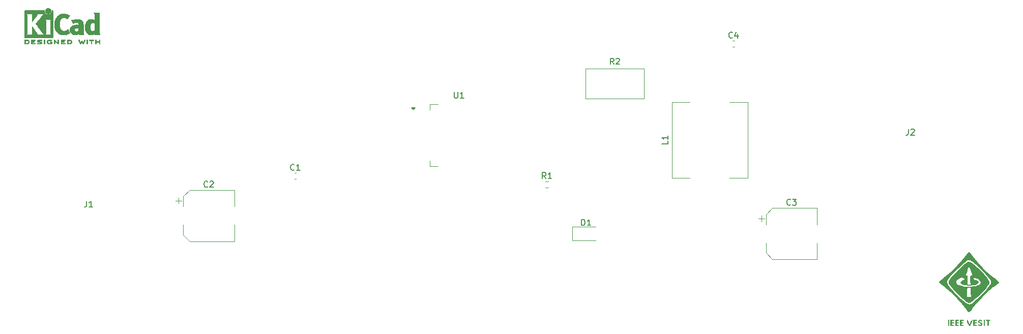
<source format=gbr>
%TF.GenerationSoftware,KiCad,Pcbnew,9.0.3*%
%TF.CreationDate,2025-07-20T02:49:59+05:30*%
%TF.ProjectId,BUCK CONVERTER FINAL,4255434b-2043-44f4-9e56-455254455220,rev?*%
%TF.SameCoordinates,Original*%
%TF.FileFunction,Legend,Top*%
%TF.FilePolarity,Positive*%
%FSLAX46Y46*%
G04 Gerber Fmt 4.6, Leading zero omitted, Abs format (unit mm)*
G04 Created by KiCad (PCBNEW 9.0.3) date 2025-07-20 02:49:59*
%MOMM*%
%LPD*%
G01*
G04 APERTURE LIST*
%ADD10C,0.150000*%
%ADD11C,0.000000*%
%ADD12C,0.120000*%
%ADD13C,0.010000*%
G04 APERTURE END LIST*
D10*
X167254819Y-89766666D02*
X167254819Y-90242856D01*
X167254819Y-90242856D02*
X166254819Y-90242856D01*
X167254819Y-88909523D02*
X167254819Y-89480951D01*
X167254819Y-89195237D02*
X166254819Y-89195237D01*
X166254819Y-89195237D02*
X166397676Y-89290475D01*
X166397676Y-89290475D02*
X166492914Y-89385713D01*
X166492914Y-89385713D02*
X166540533Y-89480951D01*
X131688095Y-81604819D02*
X131688095Y-82414342D01*
X131688095Y-82414342D02*
X131735714Y-82509580D01*
X131735714Y-82509580D02*
X131783333Y-82557200D01*
X131783333Y-82557200D02*
X131878571Y-82604819D01*
X131878571Y-82604819D02*
X132069047Y-82604819D01*
X132069047Y-82604819D02*
X132164285Y-82557200D01*
X132164285Y-82557200D02*
X132211904Y-82509580D01*
X132211904Y-82509580D02*
X132259523Y-82414342D01*
X132259523Y-82414342D02*
X132259523Y-81604819D01*
X133259523Y-82604819D02*
X132688095Y-82604819D01*
X132973809Y-82604819D02*
X132973809Y-81604819D01*
X132973809Y-81604819D02*
X132878571Y-81747676D01*
X132878571Y-81747676D02*
X132783333Y-81842914D01*
X132783333Y-81842914D02*
X132688095Y-81890533D01*
X158233333Y-76984819D02*
X157900000Y-76508628D01*
X157661905Y-76984819D02*
X157661905Y-75984819D01*
X157661905Y-75984819D02*
X158042857Y-75984819D01*
X158042857Y-75984819D02*
X158138095Y-76032438D01*
X158138095Y-76032438D02*
X158185714Y-76080057D01*
X158185714Y-76080057D02*
X158233333Y-76175295D01*
X158233333Y-76175295D02*
X158233333Y-76318152D01*
X158233333Y-76318152D02*
X158185714Y-76413390D01*
X158185714Y-76413390D02*
X158138095Y-76461009D01*
X158138095Y-76461009D02*
X158042857Y-76508628D01*
X158042857Y-76508628D02*
X157661905Y-76508628D01*
X158614286Y-76080057D02*
X158661905Y-76032438D01*
X158661905Y-76032438D02*
X158757143Y-75984819D01*
X158757143Y-75984819D02*
X158995238Y-75984819D01*
X158995238Y-75984819D02*
X159090476Y-76032438D01*
X159090476Y-76032438D02*
X159138095Y-76080057D01*
X159138095Y-76080057D02*
X159185714Y-76175295D01*
X159185714Y-76175295D02*
X159185714Y-76270533D01*
X159185714Y-76270533D02*
X159138095Y-76413390D01*
X159138095Y-76413390D02*
X158566667Y-76984819D01*
X158566667Y-76984819D02*
X159185714Y-76984819D01*
X146920833Y-96024819D02*
X146587500Y-95548628D01*
X146349405Y-96024819D02*
X146349405Y-95024819D01*
X146349405Y-95024819D02*
X146730357Y-95024819D01*
X146730357Y-95024819D02*
X146825595Y-95072438D01*
X146825595Y-95072438D02*
X146873214Y-95120057D01*
X146873214Y-95120057D02*
X146920833Y-95215295D01*
X146920833Y-95215295D02*
X146920833Y-95358152D01*
X146920833Y-95358152D02*
X146873214Y-95453390D01*
X146873214Y-95453390D02*
X146825595Y-95501009D01*
X146825595Y-95501009D02*
X146730357Y-95548628D01*
X146730357Y-95548628D02*
X146349405Y-95548628D01*
X147873214Y-96024819D02*
X147301786Y-96024819D01*
X147587500Y-96024819D02*
X147587500Y-95024819D01*
X147587500Y-95024819D02*
X147492262Y-95167676D01*
X147492262Y-95167676D02*
X147397024Y-95262914D01*
X147397024Y-95262914D02*
X147301786Y-95310533D01*
X207266666Y-87774819D02*
X207266666Y-88489104D01*
X207266666Y-88489104D02*
X207219047Y-88631961D01*
X207219047Y-88631961D02*
X207123809Y-88727200D01*
X207123809Y-88727200D02*
X206980952Y-88774819D01*
X206980952Y-88774819D02*
X206885714Y-88774819D01*
X207695238Y-87870057D02*
X207742857Y-87822438D01*
X207742857Y-87822438D02*
X207838095Y-87774819D01*
X207838095Y-87774819D02*
X208076190Y-87774819D01*
X208076190Y-87774819D02*
X208171428Y-87822438D01*
X208171428Y-87822438D02*
X208219047Y-87870057D01*
X208219047Y-87870057D02*
X208266666Y-87965295D01*
X208266666Y-87965295D02*
X208266666Y-88060533D01*
X208266666Y-88060533D02*
X208219047Y-88203390D01*
X208219047Y-88203390D02*
X207647619Y-88774819D01*
X207647619Y-88774819D02*
X208266666Y-88774819D01*
X70466666Y-99774819D02*
X70466666Y-100489104D01*
X70466666Y-100489104D02*
X70419047Y-100631961D01*
X70419047Y-100631961D02*
X70323809Y-100727200D01*
X70323809Y-100727200D02*
X70180952Y-100774819D01*
X70180952Y-100774819D02*
X70085714Y-100774819D01*
X71466666Y-100774819D02*
X70895238Y-100774819D01*
X71180952Y-100774819D02*
X71180952Y-99774819D01*
X71180952Y-99774819D02*
X71085714Y-99917676D01*
X71085714Y-99917676D02*
X70990476Y-100012914D01*
X70990476Y-100012914D02*
X70895238Y-100060533D01*
X152861905Y-103824819D02*
X152861905Y-102824819D01*
X152861905Y-102824819D02*
X153100000Y-102824819D01*
X153100000Y-102824819D02*
X153242857Y-102872438D01*
X153242857Y-102872438D02*
X153338095Y-102967676D01*
X153338095Y-102967676D02*
X153385714Y-103062914D01*
X153385714Y-103062914D02*
X153433333Y-103253390D01*
X153433333Y-103253390D02*
X153433333Y-103396247D01*
X153433333Y-103396247D02*
X153385714Y-103586723D01*
X153385714Y-103586723D02*
X153338095Y-103681961D01*
X153338095Y-103681961D02*
X153242857Y-103777200D01*
X153242857Y-103777200D02*
X153100000Y-103824819D01*
X153100000Y-103824819D02*
X152861905Y-103824819D01*
X154385714Y-103824819D02*
X153814286Y-103824819D01*
X154100000Y-103824819D02*
X154100000Y-102824819D01*
X154100000Y-102824819D02*
X154004762Y-102967676D01*
X154004762Y-102967676D02*
X153909524Y-103062914D01*
X153909524Y-103062914D02*
X153814286Y-103110533D01*
X177970833Y-72529580D02*
X177923214Y-72577200D01*
X177923214Y-72577200D02*
X177780357Y-72624819D01*
X177780357Y-72624819D02*
X177685119Y-72624819D01*
X177685119Y-72624819D02*
X177542262Y-72577200D01*
X177542262Y-72577200D02*
X177447024Y-72481961D01*
X177447024Y-72481961D02*
X177399405Y-72386723D01*
X177399405Y-72386723D02*
X177351786Y-72196247D01*
X177351786Y-72196247D02*
X177351786Y-72053390D01*
X177351786Y-72053390D02*
X177399405Y-71862914D01*
X177399405Y-71862914D02*
X177447024Y-71767676D01*
X177447024Y-71767676D02*
X177542262Y-71672438D01*
X177542262Y-71672438D02*
X177685119Y-71624819D01*
X177685119Y-71624819D02*
X177780357Y-71624819D01*
X177780357Y-71624819D02*
X177923214Y-71672438D01*
X177923214Y-71672438D02*
X177970833Y-71720057D01*
X178827976Y-71958152D02*
X178827976Y-72624819D01*
X178589881Y-71577200D02*
X178351786Y-72291485D01*
X178351786Y-72291485D02*
X178970833Y-72291485D01*
X187633333Y-100359580D02*
X187585714Y-100407200D01*
X187585714Y-100407200D02*
X187442857Y-100454819D01*
X187442857Y-100454819D02*
X187347619Y-100454819D01*
X187347619Y-100454819D02*
X187204762Y-100407200D01*
X187204762Y-100407200D02*
X187109524Y-100311961D01*
X187109524Y-100311961D02*
X187061905Y-100216723D01*
X187061905Y-100216723D02*
X187014286Y-100026247D01*
X187014286Y-100026247D02*
X187014286Y-99883390D01*
X187014286Y-99883390D02*
X187061905Y-99692914D01*
X187061905Y-99692914D02*
X187109524Y-99597676D01*
X187109524Y-99597676D02*
X187204762Y-99502438D01*
X187204762Y-99502438D02*
X187347619Y-99454819D01*
X187347619Y-99454819D02*
X187442857Y-99454819D01*
X187442857Y-99454819D02*
X187585714Y-99502438D01*
X187585714Y-99502438D02*
X187633333Y-99550057D01*
X187966667Y-99454819D02*
X188585714Y-99454819D01*
X188585714Y-99454819D02*
X188252381Y-99835771D01*
X188252381Y-99835771D02*
X188395238Y-99835771D01*
X188395238Y-99835771D02*
X188490476Y-99883390D01*
X188490476Y-99883390D02*
X188538095Y-99931009D01*
X188538095Y-99931009D02*
X188585714Y-100026247D01*
X188585714Y-100026247D02*
X188585714Y-100264342D01*
X188585714Y-100264342D02*
X188538095Y-100359580D01*
X188538095Y-100359580D02*
X188490476Y-100407200D01*
X188490476Y-100407200D02*
X188395238Y-100454819D01*
X188395238Y-100454819D02*
X188109524Y-100454819D01*
X188109524Y-100454819D02*
X188014286Y-100407200D01*
X188014286Y-100407200D02*
X187966667Y-100359580D01*
X90633333Y-97359580D02*
X90585714Y-97407200D01*
X90585714Y-97407200D02*
X90442857Y-97454819D01*
X90442857Y-97454819D02*
X90347619Y-97454819D01*
X90347619Y-97454819D02*
X90204762Y-97407200D01*
X90204762Y-97407200D02*
X90109524Y-97311961D01*
X90109524Y-97311961D02*
X90061905Y-97216723D01*
X90061905Y-97216723D02*
X90014286Y-97026247D01*
X90014286Y-97026247D02*
X90014286Y-96883390D01*
X90014286Y-96883390D02*
X90061905Y-96692914D01*
X90061905Y-96692914D02*
X90109524Y-96597676D01*
X90109524Y-96597676D02*
X90204762Y-96502438D01*
X90204762Y-96502438D02*
X90347619Y-96454819D01*
X90347619Y-96454819D02*
X90442857Y-96454819D01*
X90442857Y-96454819D02*
X90585714Y-96502438D01*
X90585714Y-96502438D02*
X90633333Y-96550057D01*
X91014286Y-96550057D02*
X91061905Y-96502438D01*
X91061905Y-96502438D02*
X91157143Y-96454819D01*
X91157143Y-96454819D02*
X91395238Y-96454819D01*
X91395238Y-96454819D02*
X91490476Y-96502438D01*
X91490476Y-96502438D02*
X91538095Y-96550057D01*
X91538095Y-96550057D02*
X91585714Y-96645295D01*
X91585714Y-96645295D02*
X91585714Y-96740533D01*
X91585714Y-96740533D02*
X91538095Y-96883390D01*
X91538095Y-96883390D02*
X90966667Y-97454819D01*
X90966667Y-97454819D02*
X91585714Y-97454819D01*
X105033333Y-94529580D02*
X104985714Y-94577200D01*
X104985714Y-94577200D02*
X104842857Y-94624819D01*
X104842857Y-94624819D02*
X104747619Y-94624819D01*
X104747619Y-94624819D02*
X104604762Y-94577200D01*
X104604762Y-94577200D02*
X104509524Y-94481961D01*
X104509524Y-94481961D02*
X104461905Y-94386723D01*
X104461905Y-94386723D02*
X104414286Y-94196247D01*
X104414286Y-94196247D02*
X104414286Y-94053390D01*
X104414286Y-94053390D02*
X104461905Y-93862914D01*
X104461905Y-93862914D02*
X104509524Y-93767676D01*
X104509524Y-93767676D02*
X104604762Y-93672438D01*
X104604762Y-93672438D02*
X104747619Y-93624819D01*
X104747619Y-93624819D02*
X104842857Y-93624819D01*
X104842857Y-93624819D02*
X104985714Y-93672438D01*
X104985714Y-93672438D02*
X105033333Y-93720057D01*
X105985714Y-94624819D02*
X105414286Y-94624819D01*
X105700000Y-94624819D02*
X105700000Y-93624819D01*
X105700000Y-93624819D02*
X105604762Y-93767676D01*
X105604762Y-93767676D02*
X105509524Y-93862914D01*
X105509524Y-93862914D02*
X105414286Y-93910533D01*
D11*
%TO.C,REF\u002A\u002A*%
G36*
X214026820Y-119539310D02*
G01*
X214059285Y-119576812D01*
X214077098Y-119664407D01*
X214084580Y-119822625D01*
X214086056Y-120057080D01*
X214084385Y-120301418D01*
X214076490Y-120455626D01*
X214058049Y-120540236D01*
X214024740Y-120575776D01*
X213975381Y-120582788D01*
X213923941Y-120574850D01*
X213891476Y-120537348D01*
X213873664Y-120449753D01*
X213866182Y-120291535D01*
X213864706Y-120057080D01*
X213866377Y-119812742D01*
X213874272Y-119658534D01*
X213892713Y-119573924D01*
X213926022Y-119538384D01*
X213975381Y-119531372D01*
X214026820Y-119539310D01*
G37*
G36*
X214739972Y-119538824D02*
G01*
X214834469Y-119564973D01*
X214860784Y-119614378D01*
X214818784Y-119675771D01*
X214684742Y-119697235D01*
X214667102Y-119697385D01*
X214536123Y-119707721D01*
X214482502Y-119754234D01*
X214473420Y-119835729D01*
X214487891Y-119929286D01*
X214553009Y-119967586D01*
X214667102Y-119974073D01*
X214810352Y-119992073D01*
X214860434Y-120049520D01*
X214860784Y-120057080D01*
X214818784Y-120118473D01*
X214684742Y-120139936D01*
X214667102Y-120140087D01*
X214536123Y-120150423D01*
X214482502Y-120196936D01*
X214473420Y-120278431D01*
X214487891Y-120371987D01*
X214553009Y-120410288D01*
X214667102Y-120416775D01*
X214810352Y-120434775D01*
X214860434Y-120492222D01*
X214860784Y-120499782D01*
X214833459Y-120549839D01*
X214737579Y-120575611D01*
X214556427Y-120582788D01*
X214252069Y-120582788D01*
X214252069Y-120057080D01*
X214252069Y-119531372D01*
X214556427Y-119531372D01*
X214739972Y-119538824D01*
G37*
G36*
X215570038Y-119538824D02*
G01*
X215664534Y-119564973D01*
X215690849Y-119614378D01*
X215648850Y-119675771D01*
X215514807Y-119697235D01*
X215497167Y-119697385D01*
X215366188Y-119707721D01*
X215312568Y-119754234D01*
X215303485Y-119835729D01*
X215321353Y-119934600D01*
X215397306Y-119970770D01*
X215469499Y-119974073D01*
X215601297Y-119998821D01*
X215635512Y-120057080D01*
X215586016Y-120122979D01*
X215469499Y-120140087D01*
X215350854Y-120154976D01*
X215307450Y-120218270D01*
X215303485Y-120278431D01*
X215317956Y-120371987D01*
X215383075Y-120410288D01*
X215497167Y-120416775D01*
X215640418Y-120434775D01*
X215690499Y-120492222D01*
X215690849Y-120499782D01*
X215663525Y-120549839D01*
X215567645Y-120575611D01*
X215386492Y-120582788D01*
X215082135Y-120582788D01*
X215082135Y-120057080D01*
X215082135Y-119531372D01*
X215386492Y-119531372D01*
X215570038Y-119538824D01*
G37*
G36*
X216344765Y-119538824D02*
G01*
X216439262Y-119564973D01*
X216465577Y-119614378D01*
X216423577Y-119675771D01*
X216289535Y-119697235D01*
X216271895Y-119697385D01*
X216140916Y-119707721D01*
X216087295Y-119754234D01*
X216078213Y-119835729D01*
X216096081Y-119934600D01*
X216172034Y-119970770D01*
X216244226Y-119974073D01*
X216376025Y-119998821D01*
X216410239Y-120057080D01*
X216360744Y-120122979D01*
X216244226Y-120140087D01*
X216125581Y-120154976D01*
X216082178Y-120218270D01*
X216078213Y-120278431D01*
X216092684Y-120371987D01*
X216157802Y-120410288D01*
X216271895Y-120416775D01*
X216415145Y-120434775D01*
X216465227Y-120492222D01*
X216465577Y-120499782D01*
X216438252Y-120549839D01*
X216342372Y-120575611D01*
X216161220Y-120582788D01*
X215856862Y-120582788D01*
X215856862Y-120057080D01*
X215856862Y-119531372D01*
X216161220Y-119531372D01*
X216344765Y-119538824D01*
G37*
G36*
X217818354Y-119901195D02*
G01*
X217715697Y-120177891D01*
X217641955Y-120367275D01*
X217587817Y-120485900D01*
X217543969Y-120550317D01*
X217501098Y-120577077D01*
X217449891Y-120582732D01*
X217434846Y-120582788D01*
X217370475Y-120568653D01*
X217313652Y-120513559D01*
X217252700Y-120398470D01*
X217175945Y-120204352D01*
X217137202Y-120097517D01*
X217048970Y-119849063D01*
X216995545Y-119686590D01*
X216974547Y-119591837D01*
X216983596Y-119546544D01*
X217020310Y-119532451D01*
X217063399Y-119531372D01*
X217128102Y-119561198D01*
X217192127Y-119661709D01*
X217265019Y-119849452D01*
X217289411Y-119923298D01*
X217354118Y-120105859D01*
X217410605Y-120232691D01*
X217448318Y-120280767D01*
X217452482Y-120279106D01*
X217488014Y-120211317D01*
X217544541Y-120069858D01*
X217604432Y-119901014D01*
X217680821Y-119701175D01*
X217750327Y-119589075D01*
X217826631Y-119543707D01*
X217838533Y-119541500D01*
X217957525Y-119523959D01*
X217818354Y-119901195D01*
G37*
G36*
X218558273Y-119538824D02*
G01*
X218652770Y-119564973D01*
X218679085Y-119614378D01*
X218637085Y-119675771D01*
X218503042Y-119697235D01*
X218485403Y-119697385D01*
X218354424Y-119707721D01*
X218300803Y-119754234D01*
X218291721Y-119835729D01*
X218309588Y-119934600D01*
X218385541Y-119970770D01*
X218457734Y-119974073D01*
X218589533Y-119998821D01*
X218623747Y-120057080D01*
X218574251Y-120122979D01*
X218457734Y-120140087D01*
X218339089Y-120154976D01*
X218295685Y-120218270D01*
X218291721Y-120278431D01*
X218306191Y-120371987D01*
X218371310Y-120410288D01*
X218485403Y-120416775D01*
X218628653Y-120434775D01*
X218678734Y-120492222D01*
X218679085Y-120499782D01*
X218651760Y-120549839D01*
X218555880Y-120575611D01*
X218374727Y-120582788D01*
X218070370Y-120582788D01*
X218070370Y-120057080D01*
X218070370Y-119531372D01*
X218374727Y-119531372D01*
X218558273Y-119538824D01*
G37*
G36*
X219371017Y-119562554D02*
G01*
X219501331Y-119640447D01*
X219563358Y-119741575D01*
X219564488Y-119756675D01*
X219521804Y-119800432D01*
X219426351Y-119802558D01*
X219327023Y-119765162D01*
X219302586Y-119745375D01*
X219202046Y-119707735D01*
X219153175Y-119715969D01*
X219072217Y-119779756D01*
X219091165Y-119860983D01*
X219203206Y-119947773D01*
X219315468Y-119998801D01*
X219481278Y-120077921D01*
X219559709Y-120170682D01*
X219572609Y-120308559D01*
X219567217Y-120361437D01*
X219503671Y-120479206D01*
X219371212Y-120555058D01*
X219205908Y-120582121D01*
X219043828Y-120553521D01*
X218936681Y-120481590D01*
X218866259Y-120390311D01*
X218845098Y-120343246D01*
X218888137Y-120308754D01*
X218989319Y-120317409D01*
X219106737Y-120365034D01*
X219115207Y-120370171D01*
X219228398Y-120405144D01*
X219332600Y-120387628D01*
X219387477Y-120329268D01*
X219385156Y-120292236D01*
X219322551Y-120222906D01*
X219203023Y-120152082D01*
X219200706Y-120151045D01*
X219021336Y-120066991D01*
X218920109Y-120002993D01*
X218872153Y-119938647D01*
X218854485Y-119867018D01*
X218880896Y-119712282D01*
X218991842Y-119593226D01*
X219161785Y-119534001D01*
X219209417Y-119531372D01*
X219371017Y-119562554D01*
G37*
G36*
X219947953Y-119539310D02*
G01*
X219980418Y-119576812D01*
X219998231Y-119664407D01*
X220005713Y-119822625D01*
X220007189Y-120057080D01*
X220005518Y-120301418D01*
X219997623Y-120455626D01*
X219979182Y-120540236D01*
X219945873Y-120575776D01*
X219896514Y-120582788D01*
X219845074Y-120574850D01*
X219812609Y-120537348D01*
X219794797Y-120449753D01*
X219787315Y-120291535D01*
X219785838Y-120057080D01*
X219787510Y-119812742D01*
X219795405Y-119658534D01*
X219813846Y-119573924D01*
X219847155Y-119538384D01*
X219896514Y-119531372D01*
X219947953Y-119539310D01*
G37*
G36*
X220715690Y-119536253D02*
G01*
X220836143Y-119553806D01*
X220886945Y-119588392D01*
X220892592Y-119614378D01*
X220844487Y-119681139D01*
X220754248Y-119697385D01*
X220685635Y-119702103D01*
X220644551Y-119731309D01*
X220623939Y-119807587D01*
X220616743Y-119953515D01*
X220615904Y-120140087D01*
X220613593Y-120360659D01*
X220602951Y-120492854D01*
X220578411Y-120558933D01*
X220534409Y-120581159D01*
X220505228Y-120582788D01*
X220450085Y-120573546D01*
X220417036Y-120530976D01*
X220400517Y-120432818D01*
X220394960Y-120256808D01*
X220394553Y-120140087D01*
X220393079Y-119920525D01*
X220383952Y-119789056D01*
X220360115Y-119723098D01*
X220314512Y-119700071D01*
X220256209Y-119697385D01*
X220144942Y-119668522D01*
X220117865Y-119614378D01*
X220140645Y-119569280D01*
X220222557Y-119543468D01*
X220383957Y-119532582D01*
X220505228Y-119531372D01*
X220715690Y-119536253D01*
G37*
G36*
X217515937Y-108395913D02*
G01*
X217687276Y-108558426D01*
X217793682Y-108698812D01*
X218065072Y-109073174D01*
X218402758Y-109497885D01*
X218788189Y-109952236D01*
X219202812Y-110415513D01*
X219628075Y-110867006D01*
X220045426Y-111286002D01*
X220436312Y-111651791D01*
X220448678Y-111662833D01*
X220705377Y-111884733D01*
X221012709Y-112139827D01*
X221331732Y-112396302D01*
X221618401Y-112618487D01*
X221850177Y-112798145D01*
X222050010Y-112961434D01*
X222200939Y-113093854D01*
X222286002Y-113180903D01*
X222297543Y-113199107D01*
X222316297Y-113317657D01*
X222269216Y-113433736D01*
X222145066Y-113562666D01*
X221932613Y-113719771D01*
X221899488Y-113742020D01*
X221346524Y-114142146D01*
X220759223Y-114624912D01*
X220153722Y-115174463D01*
X219546155Y-115774942D01*
X218952659Y-116410493D01*
X218389370Y-117065260D01*
X217941952Y-117630916D01*
X217735494Y-117896076D01*
X217576575Y-118079176D01*
X217452058Y-118190718D01*
X217348807Y-118241205D01*
X217253685Y-118241138D01*
X217200596Y-118223578D01*
X217141212Y-118168189D01*
X217037270Y-118042808D01*
X216906197Y-117869132D01*
X216828500Y-117760375D01*
X216183709Y-116912646D01*
X215444445Y-116070738D01*
X214626440Y-115250694D01*
X213745422Y-114468557D01*
X213079848Y-113937093D01*
X212793439Y-113713303D01*
X212590092Y-113539496D01*
X212460509Y-113404676D01*
X212441866Y-113374093D01*
X213677897Y-113374093D01*
X213681293Y-113391683D01*
X213756618Y-113566721D01*
X213905697Y-113801308D01*
X214117548Y-114083802D01*
X214381187Y-114402560D01*
X214685631Y-114745938D01*
X215019896Y-115102293D01*
X215372998Y-115459983D01*
X215733955Y-115807364D01*
X216091783Y-116132793D01*
X216435497Y-116424628D01*
X216754116Y-116671224D01*
X216818697Y-116717504D01*
X217050864Y-116868990D01*
X217242056Y-116954196D01*
X217417201Y-116971184D01*
X217601227Y-116918017D01*
X217819060Y-116792755D01*
X218058862Y-116621089D01*
X218305102Y-116422688D01*
X218604633Y-116159233D01*
X218938406Y-115849430D01*
X219287372Y-115511987D01*
X219632480Y-115165610D01*
X219954681Y-114829005D01*
X220234925Y-114520879D01*
X220420562Y-114301960D01*
X220672360Y-113983809D01*
X220852259Y-113728604D01*
X220961938Y-113516617D01*
X221003078Y-113328120D01*
X220977359Y-113143386D01*
X220886462Y-112942687D01*
X220732067Y-112706295D01*
X220574695Y-112492491D01*
X220365317Y-112231195D01*
X220096824Y-111922113D01*
X219786515Y-111582921D01*
X219451694Y-111231297D01*
X219109662Y-110884917D01*
X218777721Y-110561460D01*
X218473172Y-110278602D01*
X218213318Y-110054020D01*
X218103072Y-109967240D01*
X217817185Y-109767788D01*
X217587363Y-109645572D01*
X217396066Y-109595173D01*
X217225755Y-109611174D01*
X217107924Y-109659890D01*
X216870507Y-109808773D01*
X216582181Y-110025477D01*
X216255798Y-110297109D01*
X215904210Y-110610777D01*
X215540267Y-110953590D01*
X215176823Y-111312657D01*
X214826727Y-111675085D01*
X214502831Y-112027984D01*
X214217986Y-112358462D01*
X213985044Y-112653627D01*
X213816857Y-112900588D01*
X213747699Y-113030617D01*
X213687954Y-113217368D01*
X213677897Y-113374093D01*
X212441866Y-113374093D01*
X212395388Y-113297848D01*
X212385431Y-113208017D01*
X212409154Y-113144134D01*
X212470166Y-113079672D01*
X212600626Y-112967293D01*
X212780238Y-112823852D01*
X212952071Y-112693302D01*
X213410294Y-112342359D01*
X213832941Y-111994629D01*
X214246671Y-111626521D01*
X214678141Y-111214447D01*
X215083731Y-110806898D01*
X215417692Y-110462812D01*
X215691796Y-110173524D01*
X215925536Y-109916675D01*
X216138403Y-109669910D01*
X216349890Y-109410869D01*
X216579489Y-109117197D01*
X216740540Y-108906535D01*
X216903935Y-108696517D01*
X217049780Y-108518057D01*
X217161731Y-108390581D01*
X217221976Y-108334296D01*
X217356037Y-108318143D01*
X217515937Y-108395913D01*
G37*
G36*
X217477927Y-109861341D02*
G01*
X217640850Y-109929850D01*
X217834946Y-110059434D01*
X217917463Y-110121043D01*
X218145487Y-110301105D01*
X218399342Y-110512822D01*
X218625063Y-110711157D01*
X218630282Y-110715923D01*
X218799190Y-110869296D01*
X218942487Y-110997468D01*
X219036272Y-111079127D01*
X219052461Y-111092374D01*
X219148578Y-111181635D01*
X219299064Y-111338171D01*
X219487925Y-111543832D01*
X219699163Y-111780467D01*
X219916783Y-112029925D01*
X220124789Y-112274055D01*
X220307185Y-112494705D01*
X220447974Y-112673727D01*
X220458764Y-112688125D01*
X220607293Y-112893533D01*
X220711310Y-113065133D01*
X220767034Y-113218467D01*
X220770685Y-113369080D01*
X220718480Y-113532516D01*
X220606638Y-113724321D01*
X220431379Y-113960037D01*
X220188920Y-114255210D01*
X220032529Y-114440304D01*
X219748760Y-114761125D01*
X219437298Y-115089354D01*
X219109801Y-115414830D01*
X218777924Y-115727389D01*
X218453325Y-116016870D01*
X218147659Y-116273108D01*
X217872584Y-116485943D01*
X217639757Y-116645209D01*
X217460833Y-116740746D01*
X217366699Y-116764487D01*
X217292119Y-116740167D01*
X217167146Y-116680364D01*
X217143349Y-116667646D01*
X216935477Y-116533290D01*
X216669832Y-116328632D01*
X216360752Y-116067332D01*
X216022573Y-115763046D01*
X215969702Y-115713071D01*
X217018954Y-115713071D01*
X217347585Y-115713071D01*
X217676216Y-115713071D01*
X217647390Y-115007516D01*
X217634856Y-114734833D01*
X217621448Y-114499718D01*
X217608689Y-114325697D01*
X217598104Y-114236297D01*
X217597184Y-114232788D01*
X217529912Y-114186867D01*
X217380568Y-114164633D01*
X217333250Y-114163616D01*
X217090696Y-114163616D01*
X217055156Y-114620152D01*
X217037596Y-114886792D01*
X217024788Y-115159358D01*
X217019327Y-115381866D01*
X217019286Y-115394880D01*
X217018954Y-115713071D01*
X215969702Y-115713071D01*
X215669633Y-115429436D01*
X215316268Y-115080158D01*
X214976815Y-114728873D01*
X214665610Y-114389238D01*
X214396991Y-114074912D01*
X214316712Y-113974710D01*
X214127567Y-113724010D01*
X214005361Y-113533371D01*
X213940908Y-113382514D01*
X213925019Y-113251165D01*
X213931638Y-113208221D01*
X215198397Y-113208221D01*
X215230400Y-113388527D01*
X215360411Y-113556385D01*
X215530798Y-113672753D01*
X215782011Y-113789699D01*
X216084838Y-113895940D01*
X216410066Y-113980191D01*
X216507479Y-113999463D01*
X216716037Y-114021693D01*
X217000128Y-114030681D01*
X217328275Y-114027660D01*
X217668998Y-114013863D01*
X217990818Y-113990520D01*
X218262255Y-113958865D01*
X218438977Y-113923863D01*
X218789194Y-113801017D01*
X219044766Y-113657068D01*
X219202592Y-113497124D01*
X219259569Y-113326293D01*
X219212593Y-113149683D01*
X219058564Y-112972402D01*
X219030681Y-112949703D01*
X218942515Y-112862289D01*
X218919351Y-112799798D01*
X218922825Y-112794675D01*
X218892937Y-112764010D01*
X218778171Y-112718514D01*
X218601757Y-112667050D01*
X218562340Y-112657121D01*
X218367584Y-112612141D01*
X218219744Y-112583443D01*
X218146736Y-112576337D01*
X218143889Y-112577533D01*
X218147625Y-112636564D01*
X218181298Y-112756674D01*
X218188111Y-112776654D01*
X218243222Y-112897668D01*
X218314150Y-112936400D01*
X218400574Y-112927183D01*
X218562969Y-112934488D01*
X218741547Y-112996678D01*
X218882244Y-113092397D01*
X218912159Y-113129275D01*
X218955579Y-113288928D01*
X218904403Y-113445700D01*
X218814607Y-113534170D01*
X218573617Y-113653640D01*
X218276404Y-113741361D01*
X217940265Y-113798413D01*
X217582496Y-113825875D01*
X217220396Y-113824829D01*
X216871262Y-113796354D01*
X216552391Y-113741530D01*
X216281080Y-113661438D01*
X216074627Y-113557157D01*
X215950329Y-113429769D01*
X215923733Y-113353641D01*
X215957169Y-113225748D01*
X216082187Y-113091054D01*
X216281883Y-112964669D01*
X216433542Y-112897960D01*
X216693549Y-112799263D01*
X216470074Y-112651374D01*
X216323178Y-112563889D01*
X216205735Y-112510826D01*
X216171245Y-112503485D01*
X216086064Y-112526994D01*
X215935729Y-112588575D01*
X215756046Y-112673308D01*
X215461871Y-112849157D01*
X215275771Y-113027947D01*
X215198397Y-113208221D01*
X213931638Y-113208221D01*
X213941228Y-113146000D01*
X214006555Y-113007977D01*
X214143198Y-112808296D01*
X214339855Y-112558942D01*
X214585223Y-112271900D01*
X214719923Y-112122925D01*
X216808157Y-112122925D01*
X216842786Y-112157239D01*
X216946501Y-112181301D01*
X217101960Y-112199128D01*
X217097083Y-112960021D01*
X217092205Y-113720914D01*
X217339370Y-113720914D01*
X217586534Y-113720914D01*
X217546348Y-112994303D01*
X217530812Y-112677732D01*
X217528144Y-112455036D01*
X217543031Y-112309715D01*
X217580159Y-112225272D01*
X217644216Y-112185208D01*
X217739887Y-112173025D01*
X217779847Y-112172306D01*
X217877175Y-112162879D01*
X217904357Y-112148277D01*
X217885983Y-112083404D01*
X217836651Y-111938753D01*
X217765047Y-111737798D01*
X217679859Y-111504013D01*
X217589773Y-111260873D01*
X217503474Y-111031852D01*
X217429650Y-110840424D01*
X217376987Y-110710063D01*
X217355460Y-110664929D01*
X217326330Y-110699422D01*
X217270175Y-110821596D01*
X217194201Y-111013882D01*
X217105614Y-111258712D01*
X217072947Y-111353611D01*
X216981958Y-111620667D01*
X216903458Y-111849805D01*
X216844413Y-112020786D01*
X216811789Y-112113371D01*
X216808157Y-112122925D01*
X214719923Y-112122925D01*
X214868000Y-111959155D01*
X215176882Y-111632691D01*
X215500569Y-111304493D01*
X215827757Y-110986546D01*
X216147144Y-110690834D01*
X216447428Y-110429343D01*
X216678527Y-110243454D01*
X216946479Y-110044964D01*
X217153715Y-109916628D01*
X217323207Y-109856177D01*
X217477927Y-109861341D01*
G37*
D12*
%TO.C,L1*%
X180500000Y-83300000D02*
X180500000Y-95900000D01*
X177500000Y-83300000D02*
X180500000Y-83300000D01*
X167900000Y-83300000D02*
X170900000Y-83300000D01*
X180500000Y-95900000D02*
X177500000Y-95900000D01*
X170900000Y-95900000D02*
X167900000Y-95900000D01*
X167900000Y-95900000D02*
X167900000Y-83300000D01*
%TO.C,U1*%
X127625000Y-83600000D02*
X127625000Y-84550000D01*
X127625000Y-94000000D02*
X127625000Y-93050000D01*
X128990000Y-83600000D02*
X127625000Y-83600000D01*
X128990000Y-94000000D02*
X127625000Y-94000000D01*
X124800000Y-84590000D02*
X124460000Y-84120000D01*
X125140000Y-84120000D01*
X124800000Y-84590000D01*
G36*
X124800000Y-84590000D02*
G01*
X124460000Y-84120000D01*
X125140000Y-84120000D01*
X124800000Y-84590000D01*
G37*
%TO.C,R2*%
X153525000Y-77670000D02*
X163275000Y-77670000D01*
X153525000Y-82720000D02*
X153525000Y-77670000D01*
X163275000Y-77670000D02*
X163275000Y-82720000D01*
X163275000Y-82720000D02*
X153525000Y-82720000D01*
%TO.C,R1*%
X146832776Y-96477500D02*
X147342224Y-96477500D01*
X146832776Y-97522500D02*
X147342224Y-97522500D01*
%TO.C,D1*%
X151315000Y-104065000D02*
X151315000Y-106335000D01*
X151315000Y-106335000D02*
X155200000Y-106335000D01*
X155200000Y-104065000D02*
X151315000Y-104065000D01*
%TO.C,C4*%
X177991233Y-73090000D02*
X178283767Y-73090000D01*
X177991233Y-74110000D02*
X178283767Y-74110000D01*
%TO.C,C3*%
X182300000Y-102690000D02*
X183300000Y-102690000D01*
X182800000Y-102190000D02*
X182800000Y-103190000D01*
X183540000Y-102004437D02*
X183540000Y-103690000D01*
X183540000Y-102004437D02*
X184604437Y-100940000D01*
X183540000Y-108395563D02*
X183540000Y-106710000D01*
X183540000Y-108395563D02*
X184604437Y-109460000D01*
X184604437Y-100940000D02*
X192060000Y-100940000D01*
X184604437Y-109460000D02*
X192060000Y-109460000D01*
X192060000Y-100940000D02*
X192060000Y-103690000D01*
X192060000Y-109460000D02*
X192060000Y-106710000D01*
%TO.C,C2*%
X85300000Y-99690000D02*
X86300000Y-99690000D01*
X85800000Y-99190000D02*
X85800000Y-100190000D01*
X86540000Y-99004437D02*
X86540000Y-100690000D01*
X86540000Y-99004437D02*
X87604437Y-97940000D01*
X86540000Y-105395563D02*
X86540000Y-103710000D01*
X86540000Y-105395563D02*
X87604437Y-106460000D01*
X87604437Y-97940000D02*
X95060000Y-97940000D01*
X87604437Y-106460000D02*
X95060000Y-106460000D01*
X95060000Y-97940000D02*
X95060000Y-100690000D01*
X95060000Y-106460000D02*
X95060000Y-103710000D01*
%TO.C,C1*%
X105053733Y-95090000D02*
X105346267Y-95090000D01*
X105053733Y-96110000D02*
X105346267Y-96110000D01*
D13*
%TO.C,REF\u002A\u002A*%
X70588614Y-72875877D02*
X70612327Y-72890647D01*
X70638978Y-72912227D01*
X70638978Y-73233773D01*
X70638893Y-73327830D01*
X70638529Y-73401932D01*
X70637724Y-73458704D01*
X70636313Y-73500768D01*
X70634133Y-73530748D01*
X70631021Y-73551267D01*
X70626814Y-73564949D01*
X70621348Y-73574416D01*
X70617472Y-73579082D01*
X70586034Y-73599575D01*
X70550233Y-73598739D01*
X70518873Y-73581264D01*
X70492222Y-73559684D01*
X70492222Y-72912227D01*
X70518873Y-72890647D01*
X70544594Y-72874949D01*
X70565600Y-72869067D01*
X70588614Y-72875877D01*
G36*
X70588614Y-72875877D02*
G01*
X70612327Y-72890647D01*
X70638978Y-72912227D01*
X70638978Y-73233773D01*
X70638893Y-73327830D01*
X70638529Y-73401932D01*
X70637724Y-73458704D01*
X70636313Y-73500768D01*
X70634133Y-73530748D01*
X70631021Y-73551267D01*
X70626814Y-73564949D01*
X70621348Y-73574416D01*
X70617472Y-73579082D01*
X70586034Y-73599575D01*
X70550233Y-73598739D01*
X70518873Y-73581264D01*
X70492222Y-73559684D01*
X70492222Y-72912227D01*
X70518873Y-72890647D01*
X70544594Y-72874949D01*
X70565600Y-72869067D01*
X70588614Y-72875877D01*
G37*
X63476178Y-72891645D02*
X63482758Y-72899218D01*
X63487921Y-72908987D01*
X63491836Y-72923571D01*
X63494676Y-72945585D01*
X63496613Y-72977648D01*
X63497817Y-73022375D01*
X63498461Y-73082385D01*
X63498716Y-73160294D01*
X63498755Y-73235956D01*
X63498686Y-73329802D01*
X63498362Y-73403689D01*
X63497614Y-73460232D01*
X63496268Y-73502049D01*
X63494154Y-73531757D01*
X63491100Y-73551973D01*
X63486934Y-73565314D01*
X63481484Y-73574398D01*
X63476178Y-73580267D01*
X63443174Y-73599947D01*
X63408009Y-73598181D01*
X63376545Y-73576717D01*
X63369316Y-73568337D01*
X63363666Y-73558614D01*
X63359401Y-73544861D01*
X63356327Y-73524389D01*
X63354248Y-73494512D01*
X63352970Y-73452541D01*
X63352299Y-73395789D01*
X63352041Y-73321567D01*
X63352000Y-73237537D01*
X63352000Y-72924485D01*
X63379709Y-72896776D01*
X63413863Y-72873463D01*
X63446994Y-72872623D01*
X63476178Y-72891645D01*
G36*
X63476178Y-72891645D02*
G01*
X63482758Y-72899218D01*
X63487921Y-72908987D01*
X63491836Y-72923571D01*
X63494676Y-72945585D01*
X63496613Y-72977648D01*
X63497817Y-73022375D01*
X63498461Y-73082385D01*
X63498716Y-73160294D01*
X63498755Y-73235956D01*
X63498686Y-73329802D01*
X63498362Y-73403689D01*
X63497614Y-73460232D01*
X63496268Y-73502049D01*
X63494154Y-73531757D01*
X63491100Y-73551973D01*
X63486934Y-73565314D01*
X63481484Y-73574398D01*
X63476178Y-73580267D01*
X63443174Y-73599947D01*
X63408009Y-73598181D01*
X63376545Y-73576717D01*
X63369316Y-73568337D01*
X63363666Y-73558614D01*
X63359401Y-73544861D01*
X63356327Y-73524389D01*
X63354248Y-73494512D01*
X63352970Y-73452541D01*
X63352299Y-73395789D01*
X63352041Y-73321567D01*
X63352000Y-73237537D01*
X63352000Y-72924485D01*
X63379709Y-72896776D01*
X63413863Y-72873463D01*
X63446994Y-72872623D01*
X63476178Y-72891645D01*
G37*
X64126957Y-67626571D02*
X64223232Y-67650809D01*
X64309816Y-67693641D01*
X64384627Y-67753419D01*
X64445582Y-67828494D01*
X64490601Y-67917220D01*
X64516864Y-68013530D01*
X64522714Y-68110795D01*
X64507860Y-68204654D01*
X64474160Y-68292511D01*
X64423472Y-68371770D01*
X64357655Y-68439836D01*
X64278566Y-68494112D01*
X64188066Y-68532002D01*
X64136800Y-68544426D01*
X64092302Y-68551947D01*
X64058001Y-68554919D01*
X64025040Y-68553094D01*
X63984566Y-68546225D01*
X63951469Y-68539250D01*
X63858053Y-68507741D01*
X63774381Y-68456617D01*
X63702335Y-68387429D01*
X63643800Y-68301728D01*
X63629852Y-68274489D01*
X63613414Y-68238122D01*
X63603106Y-68207582D01*
X63597540Y-68175450D01*
X63595331Y-68134307D01*
X63595052Y-68088222D01*
X63599139Y-68003865D01*
X63612554Y-67934586D01*
X63637744Y-67873961D01*
X63677154Y-67815567D01*
X63715702Y-67771302D01*
X63787594Y-67705484D01*
X63862687Y-67660053D01*
X63945438Y-67632850D01*
X64023072Y-67622576D01*
X64126957Y-67626571D01*
G36*
X64126957Y-67626571D02*
G01*
X64223232Y-67650809D01*
X64309816Y-67693641D01*
X64384627Y-67753419D01*
X64445582Y-67828494D01*
X64490601Y-67917220D01*
X64516864Y-68013530D01*
X64522714Y-68110795D01*
X64507860Y-68204654D01*
X64474160Y-68292511D01*
X64423472Y-68371770D01*
X64357655Y-68439836D01*
X64278566Y-68494112D01*
X64188066Y-68532002D01*
X64136800Y-68544426D01*
X64092302Y-68551947D01*
X64058001Y-68554919D01*
X64025040Y-68553094D01*
X63984566Y-68546225D01*
X63951469Y-68539250D01*
X63858053Y-68507741D01*
X63774381Y-68456617D01*
X63702335Y-68387429D01*
X63643800Y-68301728D01*
X63629852Y-68274489D01*
X63613414Y-68238122D01*
X63603106Y-68207582D01*
X63597540Y-68175450D01*
X63595331Y-68134307D01*
X63595052Y-68088222D01*
X63599139Y-68003865D01*
X63612554Y-67934586D01*
X63637744Y-67873961D01*
X63677154Y-67815567D01*
X63715702Y-67771302D01*
X63787594Y-67705484D01*
X63862687Y-67660053D01*
X63945438Y-67632850D01*
X64023072Y-67622576D01*
X64126957Y-67626571D01*
G37*
X71363065Y-72869163D02*
X71441772Y-72869542D01*
X71502863Y-72870333D01*
X71548817Y-72871670D01*
X71582114Y-72873683D01*
X71605236Y-72876506D01*
X71620662Y-72880269D01*
X71630871Y-72885105D01*
X71635813Y-72888822D01*
X71661457Y-72921358D01*
X71664559Y-72955138D01*
X71648711Y-72985826D01*
X71638348Y-72998089D01*
X71627196Y-73006450D01*
X71611035Y-73011657D01*
X71585642Y-73014457D01*
X71546798Y-73015596D01*
X71490280Y-73015821D01*
X71479180Y-73015822D01*
X71333244Y-73015822D01*
X71333244Y-73286756D01*
X71333148Y-73372154D01*
X71332711Y-73437864D01*
X71331712Y-73486774D01*
X71329928Y-73521773D01*
X71327137Y-73545749D01*
X71323117Y-73561593D01*
X71317645Y-73572191D01*
X71310666Y-73580267D01*
X71277734Y-73600112D01*
X71243354Y-73598548D01*
X71212176Y-73575906D01*
X71209886Y-73573100D01*
X71202429Y-73562492D01*
X71196747Y-73550081D01*
X71192601Y-73532850D01*
X71189750Y-73507784D01*
X71187954Y-73471867D01*
X71186972Y-73422083D01*
X71186564Y-73355417D01*
X71186489Y-73279589D01*
X71186489Y-73015822D01*
X71047127Y-73015822D01*
X70987322Y-73015418D01*
X70945918Y-73013840D01*
X70918748Y-73010547D01*
X70901646Y-73004992D01*
X70890443Y-72996631D01*
X70889083Y-72995178D01*
X70872725Y-72961939D01*
X70874172Y-72924362D01*
X70892978Y-72891645D01*
X70900250Y-72885298D01*
X70909627Y-72880266D01*
X70923609Y-72876396D01*
X70944696Y-72873537D01*
X70975389Y-72871535D01*
X71018189Y-72870239D01*
X71075595Y-72869498D01*
X71150110Y-72869158D01*
X71244233Y-72869068D01*
X71264260Y-72869067D01*
X71363065Y-72869163D01*
G36*
X71363065Y-72869163D02*
G01*
X71441772Y-72869542D01*
X71502863Y-72870333D01*
X71548817Y-72871670D01*
X71582114Y-72873683D01*
X71605236Y-72876506D01*
X71620662Y-72880269D01*
X71630871Y-72885105D01*
X71635813Y-72888822D01*
X71661457Y-72921358D01*
X71664559Y-72955138D01*
X71648711Y-72985826D01*
X71638348Y-72998089D01*
X71627196Y-73006450D01*
X71611035Y-73011657D01*
X71585642Y-73014457D01*
X71546798Y-73015596D01*
X71490280Y-73015821D01*
X71479180Y-73015822D01*
X71333244Y-73015822D01*
X71333244Y-73286756D01*
X71333148Y-73372154D01*
X71332711Y-73437864D01*
X71331712Y-73486774D01*
X71329928Y-73521773D01*
X71327137Y-73545749D01*
X71323117Y-73561593D01*
X71317645Y-73572191D01*
X71310666Y-73580267D01*
X71277734Y-73600112D01*
X71243354Y-73598548D01*
X71212176Y-73575906D01*
X71209886Y-73573100D01*
X71202429Y-73562492D01*
X71196747Y-73550081D01*
X71192601Y-73532850D01*
X71189750Y-73507784D01*
X71187954Y-73471867D01*
X71186972Y-73422083D01*
X71186564Y-73355417D01*
X71186489Y-73279589D01*
X71186489Y-73015822D01*
X71047127Y-73015822D01*
X70987322Y-73015418D01*
X70945918Y-73013840D01*
X70918748Y-73010547D01*
X70901646Y-73004992D01*
X70890443Y-72996631D01*
X70889083Y-72995178D01*
X70872725Y-72961939D01*
X70874172Y-72924362D01*
X70892978Y-72891645D01*
X70900250Y-72885298D01*
X70909627Y-72880266D01*
X70923609Y-72876396D01*
X70944696Y-72873537D01*
X70975389Y-72871535D01*
X71018189Y-72870239D01*
X71075595Y-72869498D01*
X71150110Y-72869158D01*
X71244233Y-72869068D01*
X71264260Y-72869067D01*
X71363065Y-72869163D01*
G37*
X72628823Y-72874533D02*
X72660202Y-72896776D01*
X72687911Y-72924485D01*
X72687911Y-73233920D01*
X72687838Y-73325799D01*
X72687495Y-73397840D01*
X72686692Y-73452780D01*
X72685241Y-73493360D01*
X72682952Y-73522317D01*
X72679636Y-73542391D01*
X72675105Y-73556321D01*
X72669169Y-73566845D01*
X72664514Y-73573100D01*
X72633783Y-73597673D01*
X72598496Y-73600341D01*
X72566245Y-73585271D01*
X72555588Y-73576374D01*
X72548464Y-73564557D01*
X72544167Y-73545526D01*
X72541991Y-73514992D01*
X72541228Y-73468662D01*
X72541155Y-73432871D01*
X72541155Y-73298045D01*
X72044444Y-73298045D01*
X72044444Y-73420700D01*
X72043931Y-73476787D01*
X72041876Y-73515333D01*
X72037508Y-73541361D01*
X72030056Y-73559897D01*
X72021047Y-73573100D01*
X71990144Y-73597604D01*
X71955196Y-73600506D01*
X71921738Y-73583089D01*
X71912604Y-73573959D01*
X71906152Y-73561855D01*
X71901897Y-73543001D01*
X71899352Y-73513620D01*
X71898029Y-73469937D01*
X71897443Y-73408175D01*
X71897375Y-73394000D01*
X71896891Y-73277631D01*
X71896641Y-73181727D01*
X71896723Y-73104177D01*
X71897231Y-73042869D01*
X71898262Y-72995690D01*
X71899913Y-72960530D01*
X71902279Y-72935276D01*
X71905457Y-72917817D01*
X71909544Y-72906041D01*
X71914634Y-72897835D01*
X71920266Y-72891645D01*
X71952128Y-72871844D01*
X71985357Y-72874533D01*
X72016735Y-72896776D01*
X72029433Y-72911126D01*
X72037526Y-72926978D01*
X72042042Y-72949554D01*
X72044006Y-72984078D01*
X72044444Y-73035776D01*
X72044444Y-73151289D01*
X72541155Y-73151289D01*
X72541155Y-73032756D01*
X72541662Y-72978148D01*
X72543698Y-72941275D01*
X72548035Y-72917307D01*
X72555447Y-72901415D01*
X72563733Y-72891645D01*
X72595594Y-72871844D01*
X72628823Y-72874533D01*
G36*
X72628823Y-72874533D02*
G01*
X72660202Y-72896776D01*
X72687911Y-72924485D01*
X72687911Y-73233920D01*
X72687838Y-73325799D01*
X72687495Y-73397840D01*
X72686692Y-73452780D01*
X72685241Y-73493360D01*
X72682952Y-73522317D01*
X72679636Y-73542391D01*
X72675105Y-73556321D01*
X72669169Y-73566845D01*
X72664514Y-73573100D01*
X72633783Y-73597673D01*
X72598496Y-73600341D01*
X72566245Y-73585271D01*
X72555588Y-73576374D01*
X72548464Y-73564557D01*
X72544167Y-73545526D01*
X72541991Y-73514992D01*
X72541228Y-73468662D01*
X72541155Y-73432871D01*
X72541155Y-73298045D01*
X72044444Y-73298045D01*
X72044444Y-73420700D01*
X72043931Y-73476787D01*
X72041876Y-73515333D01*
X72037508Y-73541361D01*
X72030056Y-73559897D01*
X72021047Y-73573100D01*
X71990144Y-73597604D01*
X71955196Y-73600506D01*
X71921738Y-73583089D01*
X71912604Y-73573959D01*
X71906152Y-73561855D01*
X71901897Y-73543001D01*
X71899352Y-73513620D01*
X71898029Y-73469937D01*
X71897443Y-73408175D01*
X71897375Y-73394000D01*
X71896891Y-73277631D01*
X71896641Y-73181727D01*
X71896723Y-73104177D01*
X71897231Y-73042869D01*
X71898262Y-72995690D01*
X71899913Y-72960530D01*
X71902279Y-72935276D01*
X71905457Y-72917817D01*
X71909544Y-72906041D01*
X71914634Y-72897835D01*
X71920266Y-72891645D01*
X71952128Y-72871844D01*
X71985357Y-72874533D01*
X72016735Y-72896776D01*
X72029433Y-72911126D01*
X72037526Y-72926978D01*
X72042042Y-72949554D01*
X72044006Y-72984078D01*
X72044444Y-73035776D01*
X72044444Y-73151289D01*
X72541155Y-73151289D01*
X72541155Y-73032756D01*
X72541662Y-72978148D01*
X72543698Y-72941275D01*
X72548035Y-72917307D01*
X72555447Y-72901415D01*
X72563733Y-72891645D01*
X72595594Y-72871844D01*
X72628823Y-72874533D01*
G37*
X67418309Y-72869275D02*
X67547288Y-72873636D01*
X67656991Y-72886861D01*
X67749226Y-72909741D01*
X67825802Y-72943070D01*
X67888527Y-72987638D01*
X67939212Y-73044236D01*
X67979663Y-73113658D01*
X67980459Y-73115351D01*
X68004601Y-73177483D01*
X68013203Y-73232509D01*
X68006231Y-73287887D01*
X67983654Y-73351073D01*
X67979372Y-73360689D01*
X67950172Y-73416966D01*
X67917356Y-73460451D01*
X67875002Y-73497417D01*
X67817190Y-73534135D01*
X67813831Y-73536052D01*
X67763504Y-73560227D01*
X67706621Y-73578282D01*
X67639527Y-73590839D01*
X67558565Y-73598522D01*
X67460082Y-73601953D01*
X67425286Y-73602251D01*
X67259594Y-73602845D01*
X67236197Y-73573100D01*
X67229257Y-73563319D01*
X67223842Y-73551897D01*
X67219765Y-73536095D01*
X67216837Y-73513175D01*
X67214867Y-73480396D01*
X67214225Y-73456089D01*
X67213668Y-73435021D01*
X67213050Y-73374311D01*
X67212825Y-73295526D01*
X67212800Y-73233920D01*
X67212800Y-73015822D01*
X67370844Y-73015822D01*
X67370844Y-73456089D01*
X67464726Y-73456089D01*
X67519664Y-73454483D01*
X67576060Y-73450255D01*
X67622345Y-73444292D01*
X67625139Y-73443790D01*
X67707348Y-73421736D01*
X67771114Y-73388600D01*
X67818452Y-73342847D01*
X67851382Y-73282939D01*
X67857108Y-73267061D01*
X67862721Y-73242333D01*
X67860291Y-73217902D01*
X67848467Y-73185400D01*
X67841340Y-73169434D01*
X67818000Y-73127006D01*
X67789880Y-73097240D01*
X67758940Y-73076511D01*
X67696966Y-73049537D01*
X67617651Y-73029998D01*
X67525253Y-73018746D01*
X67458333Y-73016270D01*
X67370844Y-73015822D01*
X67212800Y-73015822D01*
X67212800Y-72924485D01*
X67240509Y-72896776D01*
X67252806Y-72885544D01*
X67266103Y-72877853D01*
X67284672Y-72873040D01*
X67312786Y-72870446D01*
X67354717Y-72869410D01*
X67414737Y-72869270D01*
X67418309Y-72869275D01*
G36*
X67418309Y-72869275D02*
G01*
X67547288Y-72873636D01*
X67656991Y-72886861D01*
X67749226Y-72909741D01*
X67825802Y-72943070D01*
X67888527Y-72987638D01*
X67939212Y-73044236D01*
X67979663Y-73113658D01*
X67980459Y-73115351D01*
X68004601Y-73177483D01*
X68013203Y-73232509D01*
X68006231Y-73287887D01*
X67983654Y-73351073D01*
X67979372Y-73360689D01*
X67950172Y-73416966D01*
X67917356Y-73460451D01*
X67875002Y-73497417D01*
X67817190Y-73534135D01*
X67813831Y-73536052D01*
X67763504Y-73560227D01*
X67706621Y-73578282D01*
X67639527Y-73590839D01*
X67558565Y-73598522D01*
X67460082Y-73601953D01*
X67425286Y-73602251D01*
X67259594Y-73602845D01*
X67236197Y-73573100D01*
X67229257Y-73563319D01*
X67223842Y-73551897D01*
X67219765Y-73536095D01*
X67216837Y-73513175D01*
X67214867Y-73480396D01*
X67214225Y-73456089D01*
X67213668Y-73435021D01*
X67213050Y-73374311D01*
X67212825Y-73295526D01*
X67212800Y-73233920D01*
X67212800Y-73015822D01*
X67370844Y-73015822D01*
X67370844Y-73456089D01*
X67464726Y-73456089D01*
X67519664Y-73454483D01*
X67576060Y-73450255D01*
X67622345Y-73444292D01*
X67625139Y-73443790D01*
X67707348Y-73421736D01*
X67771114Y-73388600D01*
X67818452Y-73342847D01*
X67851382Y-73282939D01*
X67857108Y-73267061D01*
X67862721Y-73242333D01*
X67860291Y-73217902D01*
X67848467Y-73185400D01*
X67841340Y-73169434D01*
X67818000Y-73127006D01*
X67789880Y-73097240D01*
X67758940Y-73076511D01*
X67696966Y-73049537D01*
X67617651Y-73029998D01*
X67525253Y-73018746D01*
X67458333Y-73016270D01*
X67370844Y-73015822D01*
X67212800Y-73015822D01*
X67212800Y-72924485D01*
X67240509Y-72896776D01*
X67252806Y-72885544D01*
X67266103Y-72877853D01*
X67284672Y-72873040D01*
X67312786Y-72870446D01*
X67354717Y-72869410D01*
X67414737Y-72869270D01*
X67418309Y-72869275D01*
G37*
X60278629Y-72869066D02*
X60318111Y-72869467D01*
X60433800Y-72872259D01*
X60530689Y-72880550D01*
X60612081Y-72895232D01*
X60681277Y-72917193D01*
X60741580Y-72947322D01*
X60796292Y-72986510D01*
X60815833Y-73003532D01*
X60848250Y-73043363D01*
X60877480Y-73097413D01*
X60900009Y-73157323D01*
X60912321Y-73214739D01*
X60913600Y-73235956D01*
X60905583Y-73294769D01*
X60884101Y-73359013D01*
X60853001Y-73419821D01*
X60816134Y-73468330D01*
X60810146Y-73474182D01*
X60759421Y-73515321D01*
X60703875Y-73547435D01*
X60640304Y-73571365D01*
X60565506Y-73587953D01*
X60476278Y-73598041D01*
X60369418Y-73602469D01*
X60320472Y-73602845D01*
X60258238Y-73602545D01*
X60214472Y-73601292D01*
X60185069Y-73598554D01*
X60165921Y-73593801D01*
X60152923Y-73586501D01*
X60145955Y-73580267D01*
X60139374Y-73572694D01*
X60134212Y-73562924D01*
X60130297Y-73548340D01*
X60127457Y-73526326D01*
X60125520Y-73494264D01*
X60124492Y-73456089D01*
X60270133Y-73456089D01*
X60363266Y-73456004D01*
X60419307Y-73454396D01*
X60478001Y-73450256D01*
X60526972Y-73444464D01*
X60528462Y-73444226D01*
X60607608Y-73425090D01*
X60668998Y-73395287D01*
X60715695Y-73352878D01*
X60745365Y-73306961D01*
X60763647Y-73256026D01*
X60762229Y-73208200D01*
X60741012Y-73156933D01*
X60699511Y-73103899D01*
X60642002Y-73064600D01*
X60567250Y-73038331D01*
X60517292Y-73029035D01*
X60460584Y-73022507D01*
X60400481Y-73017782D01*
X60349361Y-73015817D01*
X60346333Y-73015808D01*
X60270133Y-73015822D01*
X60270133Y-73456089D01*
X60124492Y-73456089D01*
X60124316Y-73449536D01*
X60123672Y-73389526D01*
X60123417Y-73311617D01*
X60123378Y-73235956D01*
X60123130Y-73135041D01*
X60123183Y-73054427D01*
X60124143Y-73015822D01*
X60124740Y-72991851D01*
X60129002Y-72945055D01*
X60137170Y-72911778D01*
X60150444Y-72889759D01*
X60170026Y-72876739D01*
X60197117Y-72870457D01*
X60232918Y-72868653D01*
X60278629Y-72869066D01*
G36*
X60278629Y-72869066D02*
G01*
X60318111Y-72869467D01*
X60433800Y-72872259D01*
X60530689Y-72880550D01*
X60612081Y-72895232D01*
X60681277Y-72917193D01*
X60741580Y-72947322D01*
X60796292Y-72986510D01*
X60815833Y-73003532D01*
X60848250Y-73043363D01*
X60877480Y-73097413D01*
X60900009Y-73157323D01*
X60912321Y-73214739D01*
X60913600Y-73235956D01*
X60905583Y-73294769D01*
X60884101Y-73359013D01*
X60853001Y-73419821D01*
X60816134Y-73468330D01*
X60810146Y-73474182D01*
X60759421Y-73515321D01*
X60703875Y-73547435D01*
X60640304Y-73571365D01*
X60565506Y-73587953D01*
X60476278Y-73598041D01*
X60369418Y-73602469D01*
X60320472Y-73602845D01*
X60258238Y-73602545D01*
X60214472Y-73601292D01*
X60185069Y-73598554D01*
X60165921Y-73593801D01*
X60152923Y-73586501D01*
X60145955Y-73580267D01*
X60139374Y-73572694D01*
X60134212Y-73562924D01*
X60130297Y-73548340D01*
X60127457Y-73526326D01*
X60125520Y-73494264D01*
X60124492Y-73456089D01*
X60270133Y-73456089D01*
X60363266Y-73456004D01*
X60419307Y-73454396D01*
X60478001Y-73450256D01*
X60526972Y-73444464D01*
X60528462Y-73444226D01*
X60607608Y-73425090D01*
X60668998Y-73395287D01*
X60715695Y-73352878D01*
X60745365Y-73306961D01*
X60763647Y-73256026D01*
X60762229Y-73208200D01*
X60741012Y-73156933D01*
X60699511Y-73103899D01*
X60642002Y-73064600D01*
X60567250Y-73038331D01*
X60517292Y-73029035D01*
X60460584Y-73022507D01*
X60400481Y-73017782D01*
X60349361Y-73015817D01*
X60346333Y-73015808D01*
X60270133Y-73015822D01*
X60270133Y-73456089D01*
X60124492Y-73456089D01*
X60124316Y-73449536D01*
X60123672Y-73389526D01*
X60123417Y-73311617D01*
X60123378Y-73235956D01*
X60123130Y-73135041D01*
X60123183Y-73054427D01*
X60124143Y-73015822D01*
X60124740Y-72991851D01*
X60129002Y-72945055D01*
X60137170Y-72911778D01*
X60150444Y-72889759D01*
X60170026Y-72876739D01*
X60197117Y-72870457D01*
X60232918Y-72868653D01*
X60278629Y-72869066D01*
G37*
X65099886Y-72873448D02*
X65123452Y-72887273D01*
X65154265Y-72909881D01*
X65193922Y-72942338D01*
X65244020Y-72985708D01*
X65306157Y-73041058D01*
X65381928Y-73109451D01*
X65468666Y-73188084D01*
X65649289Y-73351878D01*
X65654933Y-73132029D01*
X65656971Y-73056351D01*
X65658937Y-72999994D01*
X65661266Y-72959706D01*
X65664394Y-72932235D01*
X65668755Y-72914329D01*
X65674784Y-72902737D01*
X65682916Y-72894208D01*
X65687228Y-72890623D01*
X65721759Y-72871670D01*
X65754617Y-72874441D01*
X65780682Y-72890633D01*
X65807333Y-72912199D01*
X65810648Y-73227151D01*
X65811565Y-73319779D01*
X65812032Y-73392544D01*
X65811887Y-73448161D01*
X65810968Y-73489342D01*
X65809113Y-73518803D01*
X65806161Y-73539255D01*
X65801950Y-73553413D01*
X65796318Y-73563991D01*
X65790073Y-73572474D01*
X65776561Y-73588207D01*
X65763117Y-73598636D01*
X65747876Y-73602639D01*
X65728974Y-73599094D01*
X65704545Y-73586879D01*
X65672727Y-73564871D01*
X65631652Y-73531949D01*
X65579458Y-73486991D01*
X65514278Y-73428875D01*
X65440444Y-73362099D01*
X65175155Y-73121458D01*
X65169511Y-73340589D01*
X65167469Y-73416128D01*
X65165498Y-73472354D01*
X65163161Y-73512524D01*
X65160019Y-73539896D01*
X65155636Y-73557728D01*
X65149576Y-73569279D01*
X65141400Y-73577807D01*
X65137216Y-73581282D01*
X65100235Y-73600372D01*
X65065292Y-73597493D01*
X65034864Y-73573100D01*
X65027903Y-73563286D01*
X65022477Y-73551826D01*
X65018397Y-73535968D01*
X65015471Y-73512963D01*
X65013508Y-73480062D01*
X65012317Y-73434516D01*
X65011708Y-73373573D01*
X65011489Y-73294486D01*
X65011466Y-73235956D01*
X65011540Y-73144407D01*
X65011887Y-73072687D01*
X65012699Y-73018045D01*
X65014167Y-72977732D01*
X65016481Y-72948998D01*
X65019833Y-72929093D01*
X65024412Y-72915268D01*
X65030411Y-72904772D01*
X65034864Y-72898811D01*
X65046150Y-72884691D01*
X65056699Y-72874029D01*
X65068107Y-72867892D01*
X65081970Y-72867343D01*
X65099886Y-72873448D01*
G36*
X65099886Y-72873448D02*
G01*
X65123452Y-72887273D01*
X65154265Y-72909881D01*
X65193922Y-72942338D01*
X65244020Y-72985708D01*
X65306157Y-73041058D01*
X65381928Y-73109451D01*
X65468666Y-73188084D01*
X65649289Y-73351878D01*
X65654933Y-73132029D01*
X65656971Y-73056351D01*
X65658937Y-72999994D01*
X65661266Y-72959706D01*
X65664394Y-72932235D01*
X65668755Y-72914329D01*
X65674784Y-72902737D01*
X65682916Y-72894208D01*
X65687228Y-72890623D01*
X65721759Y-72871670D01*
X65754617Y-72874441D01*
X65780682Y-72890633D01*
X65807333Y-72912199D01*
X65810648Y-73227151D01*
X65811565Y-73319779D01*
X65812032Y-73392544D01*
X65811887Y-73448161D01*
X65810968Y-73489342D01*
X65809113Y-73518803D01*
X65806161Y-73539255D01*
X65801950Y-73553413D01*
X65796318Y-73563991D01*
X65790073Y-73572474D01*
X65776561Y-73588207D01*
X65763117Y-73598636D01*
X65747876Y-73602639D01*
X65728974Y-73599094D01*
X65704545Y-73586879D01*
X65672727Y-73564871D01*
X65631652Y-73531949D01*
X65579458Y-73486991D01*
X65514278Y-73428875D01*
X65440444Y-73362099D01*
X65175155Y-73121458D01*
X65169511Y-73340589D01*
X65167469Y-73416128D01*
X65165498Y-73472354D01*
X65163161Y-73512524D01*
X65160019Y-73539896D01*
X65155636Y-73557728D01*
X65149576Y-73569279D01*
X65141400Y-73577807D01*
X65137216Y-73581282D01*
X65100235Y-73600372D01*
X65065292Y-73597493D01*
X65034864Y-73573100D01*
X65027903Y-73563286D01*
X65022477Y-73551826D01*
X65018397Y-73535968D01*
X65015471Y-73512963D01*
X65013508Y-73480062D01*
X65012317Y-73434516D01*
X65011708Y-73373573D01*
X65011489Y-73294486D01*
X65011466Y-73235956D01*
X65011540Y-73144407D01*
X65011887Y-73072687D01*
X65012699Y-73018045D01*
X65014167Y-72977732D01*
X65016481Y-72948998D01*
X65019833Y-72929093D01*
X65024412Y-72915268D01*
X65030411Y-72904772D01*
X65034864Y-72898811D01*
X65046150Y-72884691D01*
X65056699Y-72874029D01*
X65068107Y-72867892D01*
X65081970Y-72867343D01*
X65099886Y-72873448D01*
G37*
X64449919Y-72874599D02*
X64518435Y-72886095D01*
X64571057Y-72903967D01*
X64605292Y-72927499D01*
X64614621Y-72940924D01*
X64624107Y-72972148D01*
X64617723Y-73000395D01*
X64597570Y-73027182D01*
X64566255Y-73039713D01*
X64520817Y-73038696D01*
X64485674Y-73031906D01*
X64407581Y-73018971D01*
X64327774Y-73017742D01*
X64238445Y-73028241D01*
X64213771Y-73032690D01*
X64130709Y-73056108D01*
X64065727Y-73090945D01*
X64019539Y-73136604D01*
X63992855Y-73192494D01*
X63987337Y-73221388D01*
X63990949Y-73280012D01*
X64014271Y-73331879D01*
X64055176Y-73375978D01*
X64111541Y-73411299D01*
X64181240Y-73436829D01*
X64262148Y-73451559D01*
X64352140Y-73454478D01*
X64449090Y-73444575D01*
X64454564Y-73443641D01*
X64493125Y-73436459D01*
X64514506Y-73429521D01*
X64523773Y-73419227D01*
X64525994Y-73401976D01*
X64526044Y-73392841D01*
X64526044Y-73354489D01*
X64457569Y-73354489D01*
X64397100Y-73350347D01*
X64355835Y-73337147D01*
X64331825Y-73313730D01*
X64323123Y-73278936D01*
X64323017Y-73274394D01*
X64328108Y-73244654D01*
X64345567Y-73223419D01*
X64378061Y-73209366D01*
X64428257Y-73201173D01*
X64476877Y-73198161D01*
X64547544Y-73196433D01*
X64598802Y-73199070D01*
X64633761Y-73208800D01*
X64655530Y-73228353D01*
X64667220Y-73260456D01*
X64671940Y-73307838D01*
X64672800Y-73370071D01*
X64671391Y-73439535D01*
X64667152Y-73486786D01*
X64660064Y-73512012D01*
X64658689Y-73513988D01*
X64619772Y-73545508D01*
X64562714Y-73570470D01*
X64491131Y-73588340D01*
X64408642Y-73598586D01*
X64318861Y-73600673D01*
X64225408Y-73594068D01*
X64170444Y-73585956D01*
X64084234Y-73561554D01*
X64004108Y-73521662D01*
X63937023Y-73469887D01*
X63926827Y-73459539D01*
X63893698Y-73416035D01*
X63863806Y-73362118D01*
X63840643Y-73305592D01*
X63827702Y-73254259D01*
X63826142Y-73234544D01*
X63832782Y-73193419D01*
X63850432Y-73142252D01*
X63875703Y-73088394D01*
X63905211Y-73039195D01*
X63931281Y-73006334D01*
X63992235Y-72957452D01*
X64071031Y-72918545D01*
X64164843Y-72890494D01*
X64270850Y-72874179D01*
X64368000Y-72870192D01*
X64449919Y-72874599D01*
G36*
X64449919Y-72874599D02*
G01*
X64518435Y-72886095D01*
X64571057Y-72903967D01*
X64605292Y-72927499D01*
X64614621Y-72940924D01*
X64624107Y-72972148D01*
X64617723Y-73000395D01*
X64597570Y-73027182D01*
X64566255Y-73039713D01*
X64520817Y-73038696D01*
X64485674Y-73031906D01*
X64407581Y-73018971D01*
X64327774Y-73017742D01*
X64238445Y-73028241D01*
X64213771Y-73032690D01*
X64130709Y-73056108D01*
X64065727Y-73090945D01*
X64019539Y-73136604D01*
X63992855Y-73192494D01*
X63987337Y-73221388D01*
X63990949Y-73280012D01*
X64014271Y-73331879D01*
X64055176Y-73375978D01*
X64111541Y-73411299D01*
X64181240Y-73436829D01*
X64262148Y-73451559D01*
X64352140Y-73454478D01*
X64449090Y-73444575D01*
X64454564Y-73443641D01*
X64493125Y-73436459D01*
X64514506Y-73429521D01*
X64523773Y-73419227D01*
X64525994Y-73401976D01*
X64526044Y-73392841D01*
X64526044Y-73354489D01*
X64457569Y-73354489D01*
X64397100Y-73350347D01*
X64355835Y-73337147D01*
X64331825Y-73313730D01*
X64323123Y-73278936D01*
X64323017Y-73274394D01*
X64328108Y-73244654D01*
X64345567Y-73223419D01*
X64378061Y-73209366D01*
X64428257Y-73201173D01*
X64476877Y-73198161D01*
X64547544Y-73196433D01*
X64598802Y-73199070D01*
X64633761Y-73208800D01*
X64655530Y-73228353D01*
X64667220Y-73260456D01*
X64671940Y-73307838D01*
X64672800Y-73370071D01*
X64671391Y-73439535D01*
X64667152Y-73486786D01*
X64660064Y-73512012D01*
X64658689Y-73513988D01*
X64619772Y-73545508D01*
X64562714Y-73570470D01*
X64491131Y-73588340D01*
X64408642Y-73598586D01*
X64318861Y-73600673D01*
X64225408Y-73594068D01*
X64170444Y-73585956D01*
X64084234Y-73561554D01*
X64004108Y-73521662D01*
X63937023Y-73469887D01*
X63926827Y-73459539D01*
X63893698Y-73416035D01*
X63863806Y-73362118D01*
X63840643Y-73305592D01*
X63827702Y-73254259D01*
X63826142Y-73234544D01*
X63832782Y-73193419D01*
X63850432Y-73142252D01*
X63875703Y-73088394D01*
X63905211Y-73039195D01*
X63931281Y-73006334D01*
X63992235Y-72957452D01*
X64071031Y-72918545D01*
X64164843Y-72890494D01*
X64270850Y-72874179D01*
X64368000Y-72870192D01*
X64449919Y-72874599D01*
G37*
X66630343Y-72869260D02*
X66706701Y-72870174D01*
X66765217Y-72872311D01*
X66808255Y-72876175D01*
X66838183Y-72882267D01*
X66857368Y-72891090D01*
X66868176Y-72903146D01*
X66872973Y-72918939D01*
X66874127Y-72938970D01*
X66874133Y-72941335D01*
X66873131Y-72963992D01*
X66868396Y-72981503D01*
X66857333Y-72994574D01*
X66837348Y-73003913D01*
X66805846Y-73010227D01*
X66760232Y-73014222D01*
X66697913Y-73016606D01*
X66616293Y-73018086D01*
X66591277Y-73018414D01*
X66349200Y-73021467D01*
X66345814Y-73086378D01*
X66342429Y-73151289D01*
X66510576Y-73151289D01*
X66576266Y-73151531D01*
X66623172Y-73152556D01*
X66655083Y-73154811D01*
X66675791Y-73158742D01*
X66689084Y-73164798D01*
X66698755Y-73173424D01*
X66698817Y-73173493D01*
X66716356Y-73207112D01*
X66715722Y-73243448D01*
X66697314Y-73274423D01*
X66693671Y-73277607D01*
X66680741Y-73285812D01*
X66663024Y-73291521D01*
X66636570Y-73295162D01*
X66597432Y-73297167D01*
X66541662Y-73297964D01*
X66505994Y-73298045D01*
X66343555Y-73298045D01*
X66343555Y-73456089D01*
X66590161Y-73456089D01*
X66671580Y-73456231D01*
X66733410Y-73456814D01*
X66778637Y-73458068D01*
X66810248Y-73460227D01*
X66831231Y-73463523D01*
X66844573Y-73468189D01*
X66853261Y-73474457D01*
X66855450Y-73476733D01*
X66871614Y-73508280D01*
X66872797Y-73544168D01*
X66859536Y-73575285D01*
X66849043Y-73585271D01*
X66838129Y-73590769D01*
X66821217Y-73595022D01*
X66795633Y-73598180D01*
X66758701Y-73600392D01*
X66707746Y-73601806D01*
X66640094Y-73602572D01*
X66553069Y-73602838D01*
X66533394Y-73602845D01*
X66444911Y-73602787D01*
X66376227Y-73602467D01*
X66324564Y-73601667D01*
X66287145Y-73600167D01*
X66261190Y-73597749D01*
X66243922Y-73594194D01*
X66232562Y-73589282D01*
X66224332Y-73582795D01*
X66219817Y-73578138D01*
X66213021Y-73569889D01*
X66207712Y-73559669D01*
X66203706Y-73544800D01*
X66200821Y-73522602D01*
X66198874Y-73490393D01*
X66197681Y-73445496D01*
X66197061Y-73385228D01*
X66196829Y-73306911D01*
X66196800Y-73240994D01*
X66196871Y-73148628D01*
X66197208Y-73076117D01*
X66197998Y-73020737D01*
X66199426Y-72979765D01*
X66201679Y-72950478D01*
X66204943Y-72930153D01*
X66209404Y-72916066D01*
X66215248Y-72905495D01*
X66220197Y-72898811D01*
X66243594Y-72869067D01*
X66533774Y-72869067D01*
X66630343Y-72869260D01*
G36*
X66630343Y-72869260D02*
G01*
X66706701Y-72870174D01*
X66765217Y-72872311D01*
X66808255Y-72876175D01*
X66838183Y-72882267D01*
X66857368Y-72891090D01*
X66868176Y-72903146D01*
X66872973Y-72918939D01*
X66874127Y-72938970D01*
X66874133Y-72941335D01*
X66873131Y-72963992D01*
X66868396Y-72981503D01*
X66857333Y-72994574D01*
X66837348Y-73003913D01*
X66805846Y-73010227D01*
X66760232Y-73014222D01*
X66697913Y-73016606D01*
X66616293Y-73018086D01*
X66591277Y-73018414D01*
X66349200Y-73021467D01*
X66345814Y-73086378D01*
X66342429Y-73151289D01*
X66510576Y-73151289D01*
X66576266Y-73151531D01*
X66623172Y-73152556D01*
X66655083Y-73154811D01*
X66675791Y-73158742D01*
X66689084Y-73164798D01*
X66698755Y-73173424D01*
X66698817Y-73173493D01*
X66716356Y-73207112D01*
X66715722Y-73243448D01*
X66697314Y-73274423D01*
X66693671Y-73277607D01*
X66680741Y-73285812D01*
X66663024Y-73291521D01*
X66636570Y-73295162D01*
X66597432Y-73297167D01*
X66541662Y-73297964D01*
X66505994Y-73298045D01*
X66343555Y-73298045D01*
X66343555Y-73456089D01*
X66590161Y-73456089D01*
X66671580Y-73456231D01*
X66733410Y-73456814D01*
X66778637Y-73458068D01*
X66810248Y-73460227D01*
X66831231Y-73463523D01*
X66844573Y-73468189D01*
X66853261Y-73474457D01*
X66855450Y-73476733D01*
X66871614Y-73508280D01*
X66872797Y-73544168D01*
X66859536Y-73575285D01*
X66849043Y-73585271D01*
X66838129Y-73590769D01*
X66821217Y-73595022D01*
X66795633Y-73598180D01*
X66758701Y-73600392D01*
X66707746Y-73601806D01*
X66640094Y-73602572D01*
X66553069Y-73602838D01*
X66533394Y-73602845D01*
X66444911Y-73602787D01*
X66376227Y-73602467D01*
X66324564Y-73601667D01*
X66287145Y-73600167D01*
X66261190Y-73597749D01*
X66243922Y-73594194D01*
X66232562Y-73589282D01*
X66224332Y-73582795D01*
X66219817Y-73578138D01*
X66213021Y-73569889D01*
X66207712Y-73559669D01*
X66203706Y-73544800D01*
X66200821Y-73522602D01*
X66198874Y-73490393D01*
X66197681Y-73445496D01*
X66197061Y-73385228D01*
X66196829Y-73306911D01*
X66196800Y-73240994D01*
X66196871Y-73148628D01*
X66197208Y-73076117D01*
X66197998Y-73020737D01*
X66199426Y-72979765D01*
X66201679Y-72950478D01*
X66204943Y-72930153D01*
X66209404Y-72916066D01*
X66215248Y-72905495D01*
X66220197Y-72898811D01*
X66243594Y-72869067D01*
X66533774Y-72869067D01*
X66630343Y-72869260D01*
G37*
X61687206Y-72869146D02*
X61756614Y-72869518D01*
X61809003Y-72870385D01*
X61847153Y-72871946D01*
X61873841Y-72874403D01*
X61891847Y-72877957D01*
X61903951Y-72882810D01*
X61912931Y-72889161D01*
X61916182Y-72892084D01*
X61935957Y-72923142D01*
X61939518Y-72958828D01*
X61926509Y-72990510D01*
X61920494Y-72996913D01*
X61910765Y-73003121D01*
X61895099Y-73007910D01*
X61870592Y-73011514D01*
X61834339Y-73014164D01*
X61783435Y-73016095D01*
X61714974Y-73017539D01*
X61652383Y-73018418D01*
X61404666Y-73021467D01*
X61401281Y-73086378D01*
X61397895Y-73151289D01*
X61566042Y-73151289D01*
X61639041Y-73151919D01*
X61692483Y-73154553D01*
X61729372Y-73160309D01*
X61752712Y-73170304D01*
X61765506Y-73185656D01*
X61770758Y-73207482D01*
X61771555Y-73227738D01*
X61769077Y-73252592D01*
X61759723Y-73270906D01*
X61740617Y-73283637D01*
X61708882Y-73291741D01*
X61661641Y-73296176D01*
X61596017Y-73297899D01*
X61560199Y-73298045D01*
X61399022Y-73298045D01*
X61399022Y-73456089D01*
X61647378Y-73456089D01*
X61728787Y-73456202D01*
X61790658Y-73456712D01*
X61836032Y-73457870D01*
X61867946Y-73459930D01*
X61889441Y-73463146D01*
X61903557Y-73467772D01*
X61913332Y-73474059D01*
X61918311Y-73478667D01*
X61935390Y-73505560D01*
X61940889Y-73529467D01*
X61933037Y-73558667D01*
X61918311Y-73580267D01*
X61910454Y-73587066D01*
X61900312Y-73592346D01*
X61885156Y-73596298D01*
X61862259Y-73599113D01*
X61828891Y-73600982D01*
X61782325Y-73602098D01*
X61719833Y-73602651D01*
X61638686Y-73602833D01*
X61596578Y-73602845D01*
X61506402Y-73602765D01*
X61436076Y-73602398D01*
X61382871Y-73601552D01*
X61344060Y-73600036D01*
X61316913Y-73597659D01*
X61298702Y-73594229D01*
X61286700Y-73589554D01*
X61278178Y-73583444D01*
X61274844Y-73580267D01*
X61268245Y-73572670D01*
X61263073Y-73562870D01*
X61259154Y-73548239D01*
X61256316Y-73526152D01*
X61254385Y-73493982D01*
X61253188Y-73449103D01*
X61252552Y-73388889D01*
X61252303Y-73310713D01*
X61252266Y-73237923D01*
X61252300Y-73144707D01*
X61252535Y-73071431D01*
X61253170Y-73015458D01*
X61254406Y-72974151D01*
X61256444Y-72944872D01*
X61259483Y-72924984D01*
X61263723Y-72911850D01*
X61269365Y-72902832D01*
X61276609Y-72895293D01*
X61278394Y-72893612D01*
X61287055Y-72886172D01*
X61297118Y-72880409D01*
X61311375Y-72876112D01*
X61332617Y-72873064D01*
X61363636Y-72871051D01*
X61407223Y-72869860D01*
X61466169Y-72869275D01*
X61543266Y-72869083D01*
X61597999Y-72869067D01*
X61687206Y-72869146D01*
G36*
X61687206Y-72869146D02*
G01*
X61756614Y-72869518D01*
X61809003Y-72870385D01*
X61847153Y-72871946D01*
X61873841Y-72874403D01*
X61891847Y-72877957D01*
X61903951Y-72882810D01*
X61912931Y-72889161D01*
X61916182Y-72892084D01*
X61935957Y-72923142D01*
X61939518Y-72958828D01*
X61926509Y-72990510D01*
X61920494Y-72996913D01*
X61910765Y-73003121D01*
X61895099Y-73007910D01*
X61870592Y-73011514D01*
X61834339Y-73014164D01*
X61783435Y-73016095D01*
X61714974Y-73017539D01*
X61652383Y-73018418D01*
X61404666Y-73021467D01*
X61401281Y-73086378D01*
X61397895Y-73151289D01*
X61566042Y-73151289D01*
X61639041Y-73151919D01*
X61692483Y-73154553D01*
X61729372Y-73160309D01*
X61752712Y-73170304D01*
X61765506Y-73185656D01*
X61770758Y-73207482D01*
X61771555Y-73227738D01*
X61769077Y-73252592D01*
X61759723Y-73270906D01*
X61740617Y-73283637D01*
X61708882Y-73291741D01*
X61661641Y-73296176D01*
X61596017Y-73297899D01*
X61560199Y-73298045D01*
X61399022Y-73298045D01*
X61399022Y-73456089D01*
X61647378Y-73456089D01*
X61728787Y-73456202D01*
X61790658Y-73456712D01*
X61836032Y-73457870D01*
X61867946Y-73459930D01*
X61889441Y-73463146D01*
X61903557Y-73467772D01*
X61913332Y-73474059D01*
X61918311Y-73478667D01*
X61935390Y-73505560D01*
X61940889Y-73529467D01*
X61933037Y-73558667D01*
X61918311Y-73580267D01*
X61910454Y-73587066D01*
X61900312Y-73592346D01*
X61885156Y-73596298D01*
X61862259Y-73599113D01*
X61828891Y-73600982D01*
X61782325Y-73602098D01*
X61719833Y-73602651D01*
X61638686Y-73602833D01*
X61596578Y-73602845D01*
X61506402Y-73602765D01*
X61436076Y-73602398D01*
X61382871Y-73601552D01*
X61344060Y-73600036D01*
X61316913Y-73597659D01*
X61298702Y-73594229D01*
X61286700Y-73589554D01*
X61278178Y-73583444D01*
X61274844Y-73580267D01*
X61268245Y-73572670D01*
X61263073Y-73562870D01*
X61259154Y-73548239D01*
X61256316Y-73526152D01*
X61254385Y-73493982D01*
X61253188Y-73449103D01*
X61252552Y-73388889D01*
X61252303Y-73310713D01*
X61252266Y-73237923D01*
X61252300Y-73144707D01*
X61252535Y-73071431D01*
X61253170Y-73015458D01*
X61254406Y-72974151D01*
X61256444Y-72944872D01*
X61259483Y-72924984D01*
X61263723Y-72911850D01*
X61269365Y-72902832D01*
X61276609Y-72895293D01*
X61278394Y-72893612D01*
X61287055Y-72886172D01*
X61297118Y-72880409D01*
X61311375Y-72876112D01*
X61332617Y-72873064D01*
X61363636Y-72871051D01*
X61407223Y-72869860D01*
X61466169Y-72869275D01*
X61543266Y-72869083D01*
X61597999Y-72869067D01*
X61687206Y-72869146D01*
G37*
X70144665Y-72871034D02*
X70164255Y-72878035D01*
X70165010Y-72878377D01*
X70191613Y-72898678D01*
X70206270Y-72919561D01*
X70209138Y-72929352D01*
X70208996Y-72942361D01*
X70204961Y-72960895D01*
X70196146Y-72987257D01*
X70181669Y-73023752D01*
X70160645Y-73072687D01*
X70132188Y-73136365D01*
X70095415Y-73217093D01*
X70075175Y-73261216D01*
X70038625Y-73339985D01*
X70004315Y-73412423D01*
X69973552Y-73475880D01*
X69947648Y-73527708D01*
X69927910Y-73565259D01*
X69915650Y-73585884D01*
X69913224Y-73588733D01*
X69882183Y-73601302D01*
X69847121Y-73599619D01*
X69819000Y-73584332D01*
X69817854Y-73583089D01*
X69806668Y-73566154D01*
X69787904Y-73533170D01*
X69763875Y-73488380D01*
X69736897Y-73436032D01*
X69727201Y-73416742D01*
X69654014Y-73270150D01*
X69574240Y-73429393D01*
X69545767Y-73484415D01*
X69519350Y-73532132D01*
X69497148Y-73568893D01*
X69481319Y-73591044D01*
X69475954Y-73595741D01*
X69434257Y-73602102D01*
X69399849Y-73588733D01*
X69389728Y-73574446D01*
X69372214Y-73542692D01*
X69348735Y-73496597D01*
X69320720Y-73439285D01*
X69289599Y-73373880D01*
X69256799Y-73303507D01*
X69223750Y-73231291D01*
X69191881Y-73160355D01*
X69162619Y-73093825D01*
X69137395Y-73034826D01*
X69117636Y-72986481D01*
X69104772Y-72951915D01*
X69100231Y-72934253D01*
X69100277Y-72933613D01*
X69111326Y-72911388D01*
X69133410Y-72888753D01*
X69134710Y-72887768D01*
X69161853Y-72872425D01*
X69186958Y-72872574D01*
X69196368Y-72875466D01*
X69207834Y-72881718D01*
X69220010Y-72894014D01*
X69234357Y-72914908D01*
X69252336Y-72946949D01*
X69275407Y-72992688D01*
X69305030Y-73054677D01*
X69331745Y-73111898D01*
X69362480Y-73178226D01*
X69390021Y-73237874D01*
X69412938Y-73287725D01*
X69429798Y-73324664D01*
X69439173Y-73345573D01*
X69440540Y-73348845D01*
X69446689Y-73343497D01*
X69460822Y-73321109D01*
X69481057Y-73284946D01*
X69505515Y-73238277D01*
X69515248Y-73219022D01*
X69548217Y-73154004D01*
X69573643Y-73106654D01*
X69593612Y-73074219D01*
X69610210Y-73053946D01*
X69625524Y-73043082D01*
X69641640Y-73038875D01*
X69652143Y-73038400D01*
X69670670Y-73040042D01*
X69686904Y-73046831D01*
X69703035Y-73061566D01*
X69721251Y-73087044D01*
X69743739Y-73126061D01*
X69772689Y-73181414D01*
X69788662Y-73212903D01*
X69814570Y-73263087D01*
X69837167Y-73304704D01*
X69854458Y-73334242D01*
X69864450Y-73348189D01*
X69865809Y-73348770D01*
X69872261Y-73337793D01*
X69886708Y-73309290D01*
X69907703Y-73266244D01*
X69933797Y-73211638D01*
X69963546Y-73148454D01*
X69978180Y-73117071D01*
X70016250Y-73036078D01*
X70046905Y-72973756D01*
X70071737Y-72928071D01*
X70092337Y-72896989D01*
X70110298Y-72878478D01*
X70127210Y-72870504D01*
X70144665Y-72871034D01*
G36*
X70144665Y-72871034D02*
G01*
X70164255Y-72878035D01*
X70165010Y-72878377D01*
X70191613Y-72898678D01*
X70206270Y-72919561D01*
X70209138Y-72929352D01*
X70208996Y-72942361D01*
X70204961Y-72960895D01*
X70196146Y-72987257D01*
X70181669Y-73023752D01*
X70160645Y-73072687D01*
X70132188Y-73136365D01*
X70095415Y-73217093D01*
X70075175Y-73261216D01*
X70038625Y-73339985D01*
X70004315Y-73412423D01*
X69973552Y-73475880D01*
X69947648Y-73527708D01*
X69927910Y-73565259D01*
X69915650Y-73585884D01*
X69913224Y-73588733D01*
X69882183Y-73601302D01*
X69847121Y-73599619D01*
X69819000Y-73584332D01*
X69817854Y-73583089D01*
X69806668Y-73566154D01*
X69787904Y-73533170D01*
X69763875Y-73488380D01*
X69736897Y-73436032D01*
X69727201Y-73416742D01*
X69654014Y-73270150D01*
X69574240Y-73429393D01*
X69545767Y-73484415D01*
X69519350Y-73532132D01*
X69497148Y-73568893D01*
X69481319Y-73591044D01*
X69475954Y-73595741D01*
X69434257Y-73602102D01*
X69399849Y-73588733D01*
X69389728Y-73574446D01*
X69372214Y-73542692D01*
X69348735Y-73496597D01*
X69320720Y-73439285D01*
X69289599Y-73373880D01*
X69256799Y-73303507D01*
X69223750Y-73231291D01*
X69191881Y-73160355D01*
X69162619Y-73093825D01*
X69137395Y-73034826D01*
X69117636Y-72986481D01*
X69104772Y-72951915D01*
X69100231Y-72934253D01*
X69100277Y-72933613D01*
X69111326Y-72911388D01*
X69133410Y-72888753D01*
X69134710Y-72887768D01*
X69161853Y-72872425D01*
X69186958Y-72872574D01*
X69196368Y-72875466D01*
X69207834Y-72881718D01*
X69220010Y-72894014D01*
X69234357Y-72914908D01*
X69252336Y-72946949D01*
X69275407Y-72992688D01*
X69305030Y-73054677D01*
X69331745Y-73111898D01*
X69362480Y-73178226D01*
X69390021Y-73237874D01*
X69412938Y-73287725D01*
X69429798Y-73324664D01*
X69439173Y-73345573D01*
X69440540Y-73348845D01*
X69446689Y-73343497D01*
X69460822Y-73321109D01*
X69481057Y-73284946D01*
X69505515Y-73238277D01*
X69515248Y-73219022D01*
X69548217Y-73154004D01*
X69573643Y-73106654D01*
X69593612Y-73074219D01*
X69610210Y-73053946D01*
X69625524Y-73043082D01*
X69641640Y-73038875D01*
X69652143Y-73038400D01*
X69670670Y-73040042D01*
X69686904Y-73046831D01*
X69703035Y-73061566D01*
X69721251Y-73087044D01*
X69743739Y-73126061D01*
X69772689Y-73181414D01*
X69788662Y-73212903D01*
X69814570Y-73263087D01*
X69837167Y-73304704D01*
X69854458Y-73334242D01*
X69864450Y-73348189D01*
X69865809Y-73348770D01*
X69872261Y-73337793D01*
X69886708Y-73309290D01*
X69907703Y-73266244D01*
X69933797Y-73211638D01*
X69963546Y-73148454D01*
X69978180Y-73117071D01*
X70016250Y-73036078D01*
X70046905Y-72973756D01*
X70071737Y-72928071D01*
X70092337Y-72896989D01*
X70110298Y-72878478D01*
X70127210Y-72870504D01*
X70144665Y-72871034D01*
G37*
X62708297Y-72870351D02*
X62783112Y-72875581D01*
X62852694Y-72883750D01*
X62912998Y-72894550D01*
X62959980Y-72907673D01*
X62989594Y-72922813D01*
X62994140Y-72927269D01*
X63009946Y-72961850D01*
X63005153Y-72997351D01*
X62980636Y-73027725D01*
X62979466Y-73028596D01*
X62965046Y-73037954D01*
X62949992Y-73042876D01*
X62928995Y-73043473D01*
X62896743Y-73039861D01*
X62847927Y-73032154D01*
X62844000Y-73031505D01*
X62771261Y-73022569D01*
X62692783Y-73018161D01*
X62614073Y-73018119D01*
X62540639Y-73022279D01*
X62477989Y-73030479D01*
X62431630Y-73042557D01*
X62428584Y-73043771D01*
X62394952Y-73062615D01*
X62383136Y-73081685D01*
X62392386Y-73100439D01*
X62421953Y-73118337D01*
X62471089Y-73134837D01*
X62539043Y-73149396D01*
X62584355Y-73156406D01*
X62678544Y-73169889D01*
X62753456Y-73182214D01*
X62812283Y-73194449D01*
X62858215Y-73207661D01*
X62894445Y-73222917D01*
X62924162Y-73241285D01*
X62950558Y-73263831D01*
X62971770Y-73285971D01*
X62996935Y-73316819D01*
X63009319Y-73343345D01*
X63013192Y-73376026D01*
X63013333Y-73387995D01*
X63010424Y-73427712D01*
X62998798Y-73457259D01*
X62978677Y-73483486D01*
X62937784Y-73523576D01*
X62892183Y-73554149D01*
X62838487Y-73576203D01*
X62773308Y-73590735D01*
X62693256Y-73598741D01*
X62594943Y-73601218D01*
X62578711Y-73601177D01*
X62513151Y-73599818D01*
X62448134Y-73596730D01*
X62390748Y-73592356D01*
X62348078Y-73587140D01*
X62344628Y-73586541D01*
X62302204Y-73576491D01*
X62266220Y-73563796D01*
X62245850Y-73552190D01*
X62226893Y-73521572D01*
X62225573Y-73485918D01*
X62241915Y-73454144D01*
X62245571Y-73450551D01*
X62260685Y-73439876D01*
X62279585Y-73435276D01*
X62308838Y-73436059D01*
X62344349Y-73440127D01*
X62384030Y-73443762D01*
X62439655Y-73446828D01*
X62504594Y-73449053D01*
X62572215Y-73450164D01*
X62590000Y-73450237D01*
X62657872Y-73449964D01*
X62707546Y-73448646D01*
X62743390Y-73445827D01*
X62769776Y-73441050D01*
X62791074Y-73433857D01*
X62803874Y-73427867D01*
X62832000Y-73411233D01*
X62849932Y-73396168D01*
X62852553Y-73391897D01*
X62847024Y-73374263D01*
X62820740Y-73357192D01*
X62775522Y-73341458D01*
X62713192Y-73327838D01*
X62694829Y-73324804D01*
X62598910Y-73309738D01*
X62522359Y-73297146D01*
X62462220Y-73286111D01*
X62415540Y-73275720D01*
X62379363Y-73265056D01*
X62350735Y-73253205D01*
X62326702Y-73239251D01*
X62304308Y-73222281D01*
X62280598Y-73201378D01*
X62272620Y-73194049D01*
X62244647Y-73166699D01*
X62229840Y-73145029D01*
X62224048Y-73120232D01*
X62223111Y-73088983D01*
X62233425Y-73027705D01*
X62264248Y-72975640D01*
X62315405Y-72932958D01*
X62386717Y-72899825D01*
X62437600Y-72884964D01*
X62492900Y-72875366D01*
X62559147Y-72869936D01*
X62632294Y-72868367D01*
X62708297Y-72870351D01*
G36*
X62708297Y-72870351D02*
G01*
X62783112Y-72875581D01*
X62852694Y-72883750D01*
X62912998Y-72894550D01*
X62959980Y-72907673D01*
X62989594Y-72922813D01*
X62994140Y-72927269D01*
X63009946Y-72961850D01*
X63005153Y-72997351D01*
X62980636Y-73027725D01*
X62979466Y-73028596D01*
X62965046Y-73037954D01*
X62949992Y-73042876D01*
X62928995Y-73043473D01*
X62896743Y-73039861D01*
X62847927Y-73032154D01*
X62844000Y-73031505D01*
X62771261Y-73022569D01*
X62692783Y-73018161D01*
X62614073Y-73018119D01*
X62540639Y-73022279D01*
X62477989Y-73030479D01*
X62431630Y-73042557D01*
X62428584Y-73043771D01*
X62394952Y-73062615D01*
X62383136Y-73081685D01*
X62392386Y-73100439D01*
X62421953Y-73118337D01*
X62471089Y-73134837D01*
X62539043Y-73149396D01*
X62584355Y-73156406D01*
X62678544Y-73169889D01*
X62753456Y-73182214D01*
X62812283Y-73194449D01*
X62858215Y-73207661D01*
X62894445Y-73222917D01*
X62924162Y-73241285D01*
X62950558Y-73263831D01*
X62971770Y-73285971D01*
X62996935Y-73316819D01*
X63009319Y-73343345D01*
X63013192Y-73376026D01*
X63013333Y-73387995D01*
X63010424Y-73427712D01*
X62998798Y-73457259D01*
X62978677Y-73483486D01*
X62937784Y-73523576D01*
X62892183Y-73554149D01*
X62838487Y-73576203D01*
X62773308Y-73590735D01*
X62693256Y-73598741D01*
X62594943Y-73601218D01*
X62578711Y-73601177D01*
X62513151Y-73599818D01*
X62448134Y-73596730D01*
X62390748Y-73592356D01*
X62348078Y-73587140D01*
X62344628Y-73586541D01*
X62302204Y-73576491D01*
X62266220Y-73563796D01*
X62245850Y-73552190D01*
X62226893Y-73521572D01*
X62225573Y-73485918D01*
X62241915Y-73454144D01*
X62245571Y-73450551D01*
X62260685Y-73439876D01*
X62279585Y-73435276D01*
X62308838Y-73436059D01*
X62344349Y-73440127D01*
X62384030Y-73443762D01*
X62439655Y-73446828D01*
X62504594Y-73449053D01*
X62572215Y-73450164D01*
X62590000Y-73450237D01*
X62657872Y-73449964D01*
X62707546Y-73448646D01*
X62743390Y-73445827D01*
X62769776Y-73441050D01*
X62791074Y-73433857D01*
X62803874Y-73427867D01*
X62832000Y-73411233D01*
X62849932Y-73396168D01*
X62852553Y-73391897D01*
X62847024Y-73374263D01*
X62820740Y-73357192D01*
X62775522Y-73341458D01*
X62713192Y-73327838D01*
X62694829Y-73324804D01*
X62598910Y-73309738D01*
X62522359Y-73297146D01*
X62462220Y-73286111D01*
X62415540Y-73275720D01*
X62379363Y-73265056D01*
X62350735Y-73253205D01*
X62326702Y-73239251D01*
X62304308Y-73222281D01*
X62280598Y-73201378D01*
X62272620Y-73194049D01*
X62244647Y-73166699D01*
X62229840Y-73145029D01*
X62224048Y-73120232D01*
X62223111Y-73088983D01*
X62233425Y-73027705D01*
X62264248Y-72975640D01*
X62315405Y-72932958D01*
X62386717Y-72899825D01*
X62437600Y-72884964D01*
X62492900Y-72875366D01*
X62559147Y-72869936D01*
X62632294Y-72868367D01*
X62708297Y-72870351D01*
G37*
X66728429Y-68549071D02*
X66888570Y-68570245D01*
X67052510Y-68610385D01*
X67222313Y-68669889D01*
X67400043Y-68749154D01*
X67411310Y-68754699D01*
X67469005Y-68782725D01*
X67520552Y-68806802D01*
X67562191Y-68825249D01*
X67590162Y-68836386D01*
X67599733Y-68838933D01*
X67618950Y-68843941D01*
X67623561Y-68848147D01*
X67618458Y-68858580D01*
X67602418Y-68884868D01*
X67577288Y-68924257D01*
X67544914Y-68973991D01*
X67507143Y-69031315D01*
X67465822Y-69093476D01*
X67422798Y-69157718D01*
X67379917Y-69221285D01*
X67339026Y-69281425D01*
X67301971Y-69335380D01*
X67270600Y-69380397D01*
X67246759Y-69413721D01*
X67232294Y-69432597D01*
X67230309Y-69434787D01*
X67220191Y-69430138D01*
X67197850Y-69412962D01*
X67167280Y-69386440D01*
X67151536Y-69371964D01*
X67055047Y-69296682D01*
X66948336Y-69241241D01*
X66832832Y-69206141D01*
X66709962Y-69191880D01*
X66640561Y-69193051D01*
X66519423Y-69210212D01*
X66410205Y-69246094D01*
X66312582Y-69300959D01*
X66226228Y-69375070D01*
X66150815Y-69468688D01*
X66086018Y-69582076D01*
X66048601Y-69668667D01*
X66004748Y-69804366D01*
X65972428Y-69951850D01*
X65951557Y-70107314D01*
X65942051Y-70266956D01*
X65943827Y-70426973D01*
X65956803Y-70583561D01*
X65980894Y-70732918D01*
X66016018Y-70871240D01*
X66062092Y-70994724D01*
X66078373Y-71028978D01*
X66146620Y-71143064D01*
X66227079Y-71239557D01*
X66318570Y-71317670D01*
X66419911Y-71376617D01*
X66529920Y-71415612D01*
X66647415Y-71433868D01*
X66688883Y-71435211D01*
X66810441Y-71424290D01*
X66930878Y-71391474D01*
X67048666Y-71337439D01*
X67162277Y-71262865D01*
X67253685Y-71184539D01*
X67300215Y-71140008D01*
X67481483Y-71437271D01*
X67526580Y-71511433D01*
X67567819Y-71579646D01*
X67603735Y-71639459D01*
X67632866Y-71688420D01*
X67653750Y-71724079D01*
X67664924Y-71743984D01*
X67666375Y-71747079D01*
X67658146Y-71756718D01*
X67632567Y-71773999D01*
X67592873Y-71797283D01*
X67542297Y-71824934D01*
X67484074Y-71855315D01*
X67421437Y-71886790D01*
X67357621Y-71917722D01*
X67295860Y-71946473D01*
X67239388Y-71971408D01*
X67191438Y-71990889D01*
X67167986Y-71999318D01*
X67034221Y-72037133D01*
X66896327Y-72062136D01*
X66748622Y-72075140D01*
X66621833Y-72077468D01*
X66553878Y-72076373D01*
X66488277Y-72074275D01*
X66430847Y-72071434D01*
X66387403Y-72068106D01*
X66373298Y-72066422D01*
X66234284Y-72037587D01*
X66092757Y-71992468D01*
X65955275Y-71933750D01*
X65828394Y-71864120D01*
X65750889Y-71811441D01*
X65623481Y-71703239D01*
X65505178Y-71576671D01*
X65398172Y-71434866D01*
X65304652Y-71280951D01*
X65226810Y-71118053D01*
X65182956Y-71000756D01*
X65132708Y-70817128D01*
X65099209Y-70622581D01*
X65082449Y-70421325D01*
X65082416Y-70217568D01*
X65099101Y-70015521D01*
X65132493Y-69819392D01*
X65182580Y-69633391D01*
X65186397Y-69621803D01*
X65249281Y-69459750D01*
X65326028Y-69311832D01*
X65419242Y-69173865D01*
X65531527Y-69041661D01*
X65575392Y-68996399D01*
X65711534Y-68872457D01*
X65851491Y-68769915D01*
X65997411Y-68687656D01*
X66151442Y-68624564D01*
X66315732Y-68579523D01*
X66411289Y-68562033D01*
X66570023Y-68546466D01*
X66728429Y-68549071D01*
G36*
X66728429Y-68549071D02*
G01*
X66888570Y-68570245D01*
X67052510Y-68610385D01*
X67222313Y-68669889D01*
X67400043Y-68749154D01*
X67411310Y-68754699D01*
X67469005Y-68782725D01*
X67520552Y-68806802D01*
X67562191Y-68825249D01*
X67590162Y-68836386D01*
X67599733Y-68838933D01*
X67618950Y-68843941D01*
X67623561Y-68848147D01*
X67618458Y-68858580D01*
X67602418Y-68884868D01*
X67577288Y-68924257D01*
X67544914Y-68973991D01*
X67507143Y-69031315D01*
X67465822Y-69093476D01*
X67422798Y-69157718D01*
X67379917Y-69221285D01*
X67339026Y-69281425D01*
X67301971Y-69335380D01*
X67270600Y-69380397D01*
X67246759Y-69413721D01*
X67232294Y-69432597D01*
X67230309Y-69434787D01*
X67220191Y-69430138D01*
X67197850Y-69412962D01*
X67167280Y-69386440D01*
X67151536Y-69371964D01*
X67055047Y-69296682D01*
X66948336Y-69241241D01*
X66832832Y-69206141D01*
X66709962Y-69191880D01*
X66640561Y-69193051D01*
X66519423Y-69210212D01*
X66410205Y-69246094D01*
X66312582Y-69300959D01*
X66226228Y-69375070D01*
X66150815Y-69468688D01*
X66086018Y-69582076D01*
X66048601Y-69668667D01*
X66004748Y-69804366D01*
X65972428Y-69951850D01*
X65951557Y-70107314D01*
X65942051Y-70266956D01*
X65943827Y-70426973D01*
X65956803Y-70583561D01*
X65980894Y-70732918D01*
X66016018Y-70871240D01*
X66062092Y-70994724D01*
X66078373Y-71028978D01*
X66146620Y-71143064D01*
X66227079Y-71239557D01*
X66318570Y-71317670D01*
X66419911Y-71376617D01*
X66529920Y-71415612D01*
X66647415Y-71433868D01*
X66688883Y-71435211D01*
X66810441Y-71424290D01*
X66930878Y-71391474D01*
X67048666Y-71337439D01*
X67162277Y-71262865D01*
X67253685Y-71184539D01*
X67300215Y-71140008D01*
X67481483Y-71437271D01*
X67526580Y-71511433D01*
X67567819Y-71579646D01*
X67603735Y-71639459D01*
X67632866Y-71688420D01*
X67653750Y-71724079D01*
X67664924Y-71743984D01*
X67666375Y-71747079D01*
X67658146Y-71756718D01*
X67632567Y-71773999D01*
X67592873Y-71797283D01*
X67542297Y-71824934D01*
X67484074Y-71855315D01*
X67421437Y-71886790D01*
X67357621Y-71917722D01*
X67295860Y-71946473D01*
X67239388Y-71971408D01*
X67191438Y-71990889D01*
X67167986Y-71999318D01*
X67034221Y-72037133D01*
X66896327Y-72062136D01*
X66748622Y-72075140D01*
X66621833Y-72077468D01*
X66553878Y-72076373D01*
X66488277Y-72074275D01*
X66430847Y-72071434D01*
X66387403Y-72068106D01*
X66373298Y-72066422D01*
X66234284Y-72037587D01*
X66092757Y-71992468D01*
X65955275Y-71933750D01*
X65828394Y-71864120D01*
X65750889Y-71811441D01*
X65623481Y-71703239D01*
X65505178Y-71576671D01*
X65398172Y-71434866D01*
X65304652Y-71280951D01*
X65226810Y-71118053D01*
X65182956Y-71000756D01*
X65132708Y-70817128D01*
X65099209Y-70622581D01*
X65082449Y-70421325D01*
X65082416Y-70217568D01*
X65099101Y-70015521D01*
X65132493Y-69819392D01*
X65182580Y-69633391D01*
X65186397Y-69621803D01*
X65249281Y-69459750D01*
X65326028Y-69311832D01*
X65419242Y-69173865D01*
X65531527Y-69041661D01*
X65575392Y-68996399D01*
X65711534Y-68872457D01*
X65851491Y-68769915D01*
X65997411Y-68687656D01*
X66151442Y-68624564D01*
X66315732Y-68579523D01*
X66411289Y-68562033D01*
X66570023Y-68546466D01*
X66728429Y-68549071D01*
G37*
X72586507Y-70072245D02*
X72586526Y-70306662D01*
X72586552Y-70519603D01*
X72586625Y-70712168D01*
X72586782Y-70885459D01*
X72587064Y-71040576D01*
X72587509Y-71178620D01*
X72588156Y-71300692D01*
X72589045Y-71407894D01*
X72590213Y-71501326D01*
X72591701Y-71582090D01*
X72593546Y-71651286D01*
X72595789Y-71710015D01*
X72598469Y-71759379D01*
X72601623Y-71800478D01*
X72605292Y-71834413D01*
X72609513Y-71862286D01*
X72614327Y-71885198D01*
X72619773Y-71904249D01*
X72625888Y-71920540D01*
X72632712Y-71935173D01*
X72640285Y-71949249D01*
X72648645Y-71963868D01*
X72653839Y-71972974D01*
X72688104Y-72033689D01*
X71829955Y-72033689D01*
X71829955Y-71937733D01*
X71829224Y-71894370D01*
X71827272Y-71861205D01*
X71824463Y-71843424D01*
X71823221Y-71841778D01*
X71811799Y-71848662D01*
X71789084Y-71866505D01*
X71766385Y-71885879D01*
X71711800Y-71926614D01*
X71642321Y-71967617D01*
X71565270Y-72005123D01*
X71487965Y-72035364D01*
X71457113Y-72045012D01*
X71388616Y-72059578D01*
X71305764Y-72069539D01*
X71216371Y-72074583D01*
X71128248Y-72074396D01*
X71049207Y-72068666D01*
X71011511Y-72062858D01*
X70873414Y-72024797D01*
X70746113Y-71967073D01*
X70630292Y-71890211D01*
X70526637Y-71794739D01*
X70435833Y-71681179D01*
X70369031Y-71570381D01*
X70314164Y-71453625D01*
X70272163Y-71334276D01*
X70242167Y-71208283D01*
X70223311Y-71071594D01*
X70214732Y-70920158D01*
X70214006Y-70842711D01*
X70216100Y-70785934D01*
X71045217Y-70785934D01*
X71045424Y-70879002D01*
X71048337Y-70966692D01*
X71054000Y-71043772D01*
X71062455Y-71105009D01*
X71065038Y-71117350D01*
X71096840Y-71224633D01*
X71138498Y-71311658D01*
X71190363Y-71378642D01*
X71252781Y-71425805D01*
X71326100Y-71453365D01*
X71410669Y-71461541D01*
X71506835Y-71450551D01*
X71570311Y-71434829D01*
X71619454Y-71416639D01*
X71673583Y-71390791D01*
X71714244Y-71367089D01*
X71784800Y-71320721D01*
X71784800Y-70170530D01*
X71717392Y-70126962D01*
X71638867Y-70086040D01*
X71554681Y-70059389D01*
X71469557Y-70047465D01*
X71388216Y-70050722D01*
X71315380Y-70069615D01*
X71283426Y-70085184D01*
X71225501Y-70128181D01*
X71176544Y-70184953D01*
X71135390Y-70257575D01*
X71100874Y-70348121D01*
X71071833Y-70458666D01*
X71070552Y-70464533D01*
X71060381Y-70526788D01*
X71052739Y-70604594D01*
X71047670Y-70692720D01*
X71045217Y-70785934D01*
X70216100Y-70785934D01*
X70221857Y-70629895D01*
X70243802Y-70434059D01*
X70279786Y-70255332D01*
X70329759Y-70093845D01*
X70393668Y-69949726D01*
X70471462Y-69823106D01*
X70563089Y-69714115D01*
X70668497Y-69622883D01*
X70713662Y-69591932D01*
X70814611Y-69535785D01*
X70917901Y-69496174D01*
X71027989Y-69472014D01*
X71149330Y-69462219D01*
X71241836Y-69463265D01*
X71371490Y-69474231D01*
X71484084Y-69496046D01*
X71582875Y-69529714D01*
X71671121Y-69576236D01*
X71719986Y-69610448D01*
X71749353Y-69632362D01*
X71771043Y-69647333D01*
X71779253Y-69651733D01*
X71780868Y-69640904D01*
X71782159Y-69610251D01*
X71783138Y-69562526D01*
X71783817Y-69500479D01*
X71784210Y-69426862D01*
X71784330Y-69344427D01*
X71784188Y-69255925D01*
X71783797Y-69164107D01*
X71783171Y-69071724D01*
X71782320Y-68981528D01*
X71781260Y-68896271D01*
X71780001Y-68818703D01*
X71778556Y-68751576D01*
X71776938Y-68697641D01*
X71775161Y-68659650D01*
X71774669Y-68652667D01*
X71767092Y-68582251D01*
X71755531Y-68527102D01*
X71737792Y-68479981D01*
X71711682Y-68433647D01*
X71705415Y-68424067D01*
X71680983Y-68387378D01*
X72586311Y-68387378D01*
X72586507Y-70072245D01*
G36*
X72586507Y-70072245D02*
G01*
X72586526Y-70306662D01*
X72586552Y-70519603D01*
X72586625Y-70712168D01*
X72586782Y-70885459D01*
X72587064Y-71040576D01*
X72587509Y-71178620D01*
X72588156Y-71300692D01*
X72589045Y-71407894D01*
X72590213Y-71501326D01*
X72591701Y-71582090D01*
X72593546Y-71651286D01*
X72595789Y-71710015D01*
X72598469Y-71759379D01*
X72601623Y-71800478D01*
X72605292Y-71834413D01*
X72609513Y-71862286D01*
X72614327Y-71885198D01*
X72619773Y-71904249D01*
X72625888Y-71920540D01*
X72632712Y-71935173D01*
X72640285Y-71949249D01*
X72648645Y-71963868D01*
X72653839Y-71972974D01*
X72688104Y-72033689D01*
X71829955Y-72033689D01*
X71829955Y-71937733D01*
X71829224Y-71894370D01*
X71827272Y-71861205D01*
X71824463Y-71843424D01*
X71823221Y-71841778D01*
X71811799Y-71848662D01*
X71789084Y-71866505D01*
X71766385Y-71885879D01*
X71711800Y-71926614D01*
X71642321Y-71967617D01*
X71565270Y-72005123D01*
X71487965Y-72035364D01*
X71457113Y-72045012D01*
X71388616Y-72059578D01*
X71305764Y-72069539D01*
X71216371Y-72074583D01*
X71128248Y-72074396D01*
X71049207Y-72068666D01*
X71011511Y-72062858D01*
X70873414Y-72024797D01*
X70746113Y-71967073D01*
X70630292Y-71890211D01*
X70526637Y-71794739D01*
X70435833Y-71681179D01*
X70369031Y-71570381D01*
X70314164Y-71453625D01*
X70272163Y-71334276D01*
X70242167Y-71208283D01*
X70223311Y-71071594D01*
X70214732Y-70920158D01*
X70214006Y-70842711D01*
X70216100Y-70785934D01*
X71045217Y-70785934D01*
X71045424Y-70879002D01*
X71048337Y-70966692D01*
X71054000Y-71043772D01*
X71062455Y-71105009D01*
X71065038Y-71117350D01*
X71096840Y-71224633D01*
X71138498Y-71311658D01*
X71190363Y-71378642D01*
X71252781Y-71425805D01*
X71326100Y-71453365D01*
X71410669Y-71461541D01*
X71506835Y-71450551D01*
X71570311Y-71434829D01*
X71619454Y-71416639D01*
X71673583Y-71390791D01*
X71714244Y-71367089D01*
X71784800Y-71320721D01*
X71784800Y-70170530D01*
X71717392Y-70126962D01*
X71638867Y-70086040D01*
X71554681Y-70059389D01*
X71469557Y-70047465D01*
X71388216Y-70050722D01*
X71315380Y-70069615D01*
X71283426Y-70085184D01*
X71225501Y-70128181D01*
X71176544Y-70184953D01*
X71135390Y-70257575D01*
X71100874Y-70348121D01*
X71071833Y-70458666D01*
X71070552Y-70464533D01*
X71060381Y-70526788D01*
X71052739Y-70604594D01*
X71047670Y-70692720D01*
X71045217Y-70785934D01*
X70216100Y-70785934D01*
X70221857Y-70629895D01*
X70243802Y-70434059D01*
X70279786Y-70255332D01*
X70329759Y-70093845D01*
X70393668Y-69949726D01*
X70471462Y-69823106D01*
X70563089Y-69714115D01*
X70668497Y-69622883D01*
X70713662Y-69591932D01*
X70814611Y-69535785D01*
X70917901Y-69496174D01*
X71027989Y-69472014D01*
X71149330Y-69462219D01*
X71241836Y-69463265D01*
X71371490Y-69474231D01*
X71484084Y-69496046D01*
X71582875Y-69529714D01*
X71671121Y-69576236D01*
X71719986Y-69610448D01*
X71749353Y-69632362D01*
X71771043Y-69647333D01*
X71779253Y-69651733D01*
X71780868Y-69640904D01*
X71782159Y-69610251D01*
X71783138Y-69562526D01*
X71783817Y-69500479D01*
X71784210Y-69426862D01*
X71784330Y-69344427D01*
X71784188Y-69255925D01*
X71783797Y-69164107D01*
X71783171Y-69071724D01*
X71782320Y-68981528D01*
X71781260Y-68896271D01*
X71780001Y-68818703D01*
X71778556Y-68751576D01*
X71776938Y-68697641D01*
X71775161Y-68659650D01*
X71774669Y-68652667D01*
X71767092Y-68582251D01*
X71755531Y-68527102D01*
X71737792Y-68479981D01*
X71711682Y-68433647D01*
X71705415Y-68424067D01*
X71680983Y-68387378D01*
X72586311Y-68387378D01*
X72586507Y-70072245D01*
G37*
X69073574Y-69466552D02*
X69225492Y-69486567D01*
X69360756Y-69520202D01*
X69480239Y-69567725D01*
X69584815Y-69629405D01*
X69662424Y-69692965D01*
X69731265Y-69767099D01*
X69785006Y-69846871D01*
X69827910Y-69939091D01*
X69843384Y-69982161D01*
X69856244Y-70021142D01*
X69867446Y-70057289D01*
X69877120Y-70092434D01*
X69885396Y-70128410D01*
X69892403Y-70167050D01*
X69898272Y-70210185D01*
X69903131Y-70259649D01*
X69907110Y-70317273D01*
X69910340Y-70384891D01*
X69912949Y-70464334D01*
X69915067Y-70557436D01*
X69916824Y-70666027D01*
X69918349Y-70791942D01*
X69919772Y-70937012D01*
X69921025Y-71079778D01*
X69922351Y-71235968D01*
X69923556Y-71371239D01*
X69924766Y-71487246D01*
X69926106Y-71585645D01*
X69927700Y-71668093D01*
X69929675Y-71736246D01*
X69932156Y-71791760D01*
X69935269Y-71836292D01*
X69939138Y-71871498D01*
X69943889Y-71899034D01*
X69949648Y-71920556D01*
X69956539Y-71937722D01*
X69964689Y-71952186D01*
X69974223Y-71965606D01*
X69985266Y-71979638D01*
X69989566Y-71985071D01*
X70005386Y-72007910D01*
X70012422Y-72023463D01*
X70012444Y-72023922D01*
X70001567Y-72026121D01*
X69970582Y-72028147D01*
X69921957Y-72029942D01*
X69858163Y-72031451D01*
X69781669Y-72032616D01*
X69694944Y-72033380D01*
X69600457Y-72033686D01*
X69589550Y-72033689D01*
X69166657Y-72033689D01*
X69163395Y-71937622D01*
X69160133Y-71841556D01*
X69098044Y-71892543D01*
X69000714Y-71960057D01*
X68890813Y-72014749D01*
X68804349Y-72044978D01*
X68735278Y-72059666D01*
X68651925Y-72069659D01*
X68562159Y-72074646D01*
X68473845Y-72074313D01*
X68394851Y-72068351D01*
X68358622Y-72062638D01*
X68218603Y-72024776D01*
X68092178Y-71969932D01*
X67980260Y-71898924D01*
X67883762Y-71812568D01*
X67803600Y-71711679D01*
X67740687Y-71597076D01*
X67696312Y-71470984D01*
X67683978Y-71414401D01*
X67676368Y-71352202D01*
X67672739Y-71277363D01*
X67672245Y-71243467D01*
X67672310Y-71240282D01*
X68432248Y-71240282D01*
X68441541Y-71315333D01*
X68469728Y-71379160D01*
X68518197Y-71434798D01*
X68523254Y-71439211D01*
X68571548Y-71474037D01*
X68623257Y-71496620D01*
X68683989Y-71508540D01*
X68759352Y-71511383D01*
X68777459Y-71510978D01*
X68831278Y-71508325D01*
X68871308Y-71502909D01*
X68906324Y-71492745D01*
X68945103Y-71475850D01*
X68955745Y-71470672D01*
X69016396Y-71434844D01*
X69063215Y-71392212D01*
X69075952Y-71376973D01*
X69120622Y-71320462D01*
X69120622Y-71124586D01*
X69120086Y-71045939D01*
X69118396Y-70987988D01*
X69115428Y-70948875D01*
X69111057Y-70926741D01*
X69106972Y-70920274D01*
X69091047Y-70917111D01*
X69057264Y-70914488D01*
X69010340Y-70912655D01*
X68954993Y-70911857D01*
X68946106Y-70911842D01*
X68825330Y-70917096D01*
X68722660Y-70933263D01*
X68636106Y-70960961D01*
X68563681Y-71000808D01*
X68508751Y-71047758D01*
X68464204Y-71105645D01*
X68439480Y-71168693D01*
X68432248Y-71240282D01*
X67672310Y-71240282D01*
X67674178Y-71149712D01*
X67682522Y-71070812D01*
X67698768Y-70999590D01*
X67724405Y-70928864D01*
X67748401Y-70876493D01*
X67807020Y-70781196D01*
X67885117Y-70693170D01*
X67980315Y-70614017D01*
X68090238Y-70545340D01*
X68212510Y-70488741D01*
X68344755Y-70445821D01*
X68409422Y-70430882D01*
X68545604Y-70408777D01*
X68694049Y-70394194D01*
X68845505Y-70387813D01*
X68972064Y-70389445D01*
X69133950Y-70396224D01*
X69126530Y-70337245D01*
X69107238Y-70238092D01*
X69076104Y-70157372D01*
X69032269Y-70094466D01*
X68974871Y-70048756D01*
X68903048Y-70019622D01*
X68815941Y-70006447D01*
X68712686Y-70008611D01*
X68674711Y-70012612D01*
X68533520Y-70037780D01*
X68396707Y-70078814D01*
X68302178Y-70116815D01*
X68257018Y-70136190D01*
X68218585Y-70151760D01*
X68192234Y-70161405D01*
X68184546Y-70163452D01*
X68174802Y-70154374D01*
X68158083Y-70125405D01*
X68134232Y-70076217D01*
X68103093Y-70006484D01*
X68064507Y-69915879D01*
X68057910Y-69900089D01*
X68027853Y-69827772D01*
X68000874Y-69762425D01*
X67978136Y-69706906D01*
X67960806Y-69664072D01*
X67950048Y-69636781D01*
X67946941Y-69627942D01*
X67956940Y-69623187D01*
X67983217Y-69617910D01*
X68011489Y-69614231D01*
X68041646Y-69609474D01*
X68089433Y-69600028D01*
X68150612Y-69586820D01*
X68220946Y-69570776D01*
X68296194Y-69552820D01*
X68324755Y-69545797D01*
X68429816Y-69520209D01*
X68517480Y-69500147D01*
X68592068Y-69484969D01*
X68657903Y-69474035D01*
X68719307Y-69466704D01*
X68780602Y-69462335D01*
X68846110Y-69460287D01*
X68904128Y-69459889D01*
X69073574Y-69466552D01*
G36*
X69073574Y-69466552D02*
G01*
X69225492Y-69486567D01*
X69360756Y-69520202D01*
X69480239Y-69567725D01*
X69584815Y-69629405D01*
X69662424Y-69692965D01*
X69731265Y-69767099D01*
X69785006Y-69846871D01*
X69827910Y-69939091D01*
X69843384Y-69982161D01*
X69856244Y-70021142D01*
X69867446Y-70057289D01*
X69877120Y-70092434D01*
X69885396Y-70128410D01*
X69892403Y-70167050D01*
X69898272Y-70210185D01*
X69903131Y-70259649D01*
X69907110Y-70317273D01*
X69910340Y-70384891D01*
X69912949Y-70464334D01*
X69915067Y-70557436D01*
X69916824Y-70666027D01*
X69918349Y-70791942D01*
X69919772Y-70937012D01*
X69921025Y-71079778D01*
X69922351Y-71235968D01*
X69923556Y-71371239D01*
X69924766Y-71487246D01*
X69926106Y-71585645D01*
X69927700Y-71668093D01*
X69929675Y-71736246D01*
X69932156Y-71791760D01*
X69935269Y-71836292D01*
X69939138Y-71871498D01*
X69943889Y-71899034D01*
X69949648Y-71920556D01*
X69956539Y-71937722D01*
X69964689Y-71952186D01*
X69974223Y-71965606D01*
X69985266Y-71979638D01*
X69989566Y-71985071D01*
X70005386Y-72007910D01*
X70012422Y-72023463D01*
X70012444Y-72023922D01*
X70001567Y-72026121D01*
X69970582Y-72028147D01*
X69921957Y-72029942D01*
X69858163Y-72031451D01*
X69781669Y-72032616D01*
X69694944Y-72033380D01*
X69600457Y-72033686D01*
X69589550Y-72033689D01*
X69166657Y-72033689D01*
X69163395Y-71937622D01*
X69160133Y-71841556D01*
X69098044Y-71892543D01*
X69000714Y-71960057D01*
X68890813Y-72014749D01*
X68804349Y-72044978D01*
X68735278Y-72059666D01*
X68651925Y-72069659D01*
X68562159Y-72074646D01*
X68473845Y-72074313D01*
X68394851Y-72068351D01*
X68358622Y-72062638D01*
X68218603Y-72024776D01*
X68092178Y-71969932D01*
X67980260Y-71898924D01*
X67883762Y-71812568D01*
X67803600Y-71711679D01*
X67740687Y-71597076D01*
X67696312Y-71470984D01*
X67683978Y-71414401D01*
X67676368Y-71352202D01*
X67672739Y-71277363D01*
X67672245Y-71243467D01*
X67672310Y-71240282D01*
X68432248Y-71240282D01*
X68441541Y-71315333D01*
X68469728Y-71379160D01*
X68518197Y-71434798D01*
X68523254Y-71439211D01*
X68571548Y-71474037D01*
X68623257Y-71496620D01*
X68683989Y-71508540D01*
X68759352Y-71511383D01*
X68777459Y-71510978D01*
X68831278Y-71508325D01*
X68871308Y-71502909D01*
X68906324Y-71492745D01*
X68945103Y-71475850D01*
X68955745Y-71470672D01*
X69016396Y-71434844D01*
X69063215Y-71392212D01*
X69075952Y-71376973D01*
X69120622Y-71320462D01*
X69120622Y-71124586D01*
X69120086Y-71045939D01*
X69118396Y-70987988D01*
X69115428Y-70948875D01*
X69111057Y-70926741D01*
X69106972Y-70920274D01*
X69091047Y-70917111D01*
X69057264Y-70914488D01*
X69010340Y-70912655D01*
X68954993Y-70911857D01*
X68946106Y-70911842D01*
X68825330Y-70917096D01*
X68722660Y-70933263D01*
X68636106Y-70960961D01*
X68563681Y-71000808D01*
X68508751Y-71047758D01*
X68464204Y-71105645D01*
X68439480Y-71168693D01*
X68432248Y-71240282D01*
X67672310Y-71240282D01*
X67674178Y-71149712D01*
X67682522Y-71070812D01*
X67698768Y-70999590D01*
X67724405Y-70928864D01*
X67748401Y-70876493D01*
X67807020Y-70781196D01*
X67885117Y-70693170D01*
X67980315Y-70614017D01*
X68090238Y-70545340D01*
X68212510Y-70488741D01*
X68344755Y-70445821D01*
X68409422Y-70430882D01*
X68545604Y-70408777D01*
X68694049Y-70394194D01*
X68845505Y-70387813D01*
X68972064Y-70389445D01*
X69133950Y-70396224D01*
X69126530Y-70337245D01*
X69107238Y-70238092D01*
X69076104Y-70157372D01*
X69032269Y-70094466D01*
X68974871Y-70048756D01*
X68903048Y-70019622D01*
X68815941Y-70006447D01*
X68712686Y-70008611D01*
X68674711Y-70012612D01*
X68533520Y-70037780D01*
X68396707Y-70078814D01*
X68302178Y-70116815D01*
X68257018Y-70136190D01*
X68218585Y-70151760D01*
X68192234Y-70161405D01*
X68184546Y-70163452D01*
X68174802Y-70154374D01*
X68158083Y-70125405D01*
X68134232Y-70076217D01*
X68103093Y-70006484D01*
X68064507Y-69915879D01*
X68057910Y-69900089D01*
X68027853Y-69827772D01*
X68000874Y-69762425D01*
X67978136Y-69706906D01*
X67960806Y-69664072D01*
X67950048Y-69636781D01*
X67946941Y-69627942D01*
X67956940Y-69623187D01*
X67983217Y-69617910D01*
X68011489Y-69614231D01*
X68041646Y-69609474D01*
X68089433Y-69600028D01*
X68150612Y-69586820D01*
X68220946Y-69570776D01*
X68296194Y-69552820D01*
X68324755Y-69545797D01*
X68429816Y-69520209D01*
X68517480Y-69500147D01*
X68592068Y-69484969D01*
X68657903Y-69474035D01*
X68719307Y-69466704D01*
X68780602Y-69462335D01*
X68846110Y-69460287D01*
X68904128Y-69459889D01*
X69073574Y-69466552D01*
G37*
X63453600Y-68089054D02*
X63464465Y-68202993D01*
X63496082Y-68310616D01*
X63546985Y-68409615D01*
X63615707Y-68497684D01*
X63700781Y-68572516D01*
X63797768Y-68630384D01*
X63904036Y-68670005D01*
X64011050Y-68688573D01*
X64116700Y-68687434D01*
X64218875Y-68667930D01*
X64315466Y-68631406D01*
X64404362Y-68579205D01*
X64483454Y-68512673D01*
X64550631Y-68433152D01*
X64603783Y-68341987D01*
X64640801Y-68240523D01*
X64659573Y-68130102D01*
X64661511Y-68080206D01*
X64661511Y-67992267D01*
X64713440Y-67992267D01*
X64749747Y-67995111D01*
X64776645Y-68006911D01*
X64803751Y-68030649D01*
X64842133Y-68069031D01*
X64842133Y-70260602D01*
X64842124Y-70522739D01*
X64842092Y-70763241D01*
X64842028Y-70983048D01*
X64841924Y-71183101D01*
X64841773Y-71364344D01*
X64841566Y-71527716D01*
X64841294Y-71674160D01*
X64840950Y-71804617D01*
X64840526Y-71920029D01*
X64840013Y-72021338D01*
X64839403Y-72109484D01*
X64838688Y-72185410D01*
X64837860Y-72250057D01*
X64836911Y-72304367D01*
X64835833Y-72349280D01*
X64834617Y-72385740D01*
X64833255Y-72414687D01*
X64831739Y-72437063D01*
X64830062Y-72453809D01*
X64828214Y-72465868D01*
X64826187Y-72474180D01*
X64823975Y-72479687D01*
X64822892Y-72481537D01*
X64818729Y-72488549D01*
X64815195Y-72494996D01*
X64811365Y-72500900D01*
X64806318Y-72506286D01*
X64799129Y-72511178D01*
X64788877Y-72515598D01*
X64774636Y-72519572D01*
X64755486Y-72523121D01*
X64730501Y-72526270D01*
X64698760Y-72529042D01*
X64659338Y-72531461D01*
X64611314Y-72533551D01*
X64553763Y-72535335D01*
X64485763Y-72536837D01*
X64406390Y-72538080D01*
X64314721Y-72539089D01*
X64209834Y-72539885D01*
X64090804Y-72540494D01*
X63956710Y-72540939D01*
X63806627Y-72541243D01*
X63639633Y-72541430D01*
X63454804Y-72541524D01*
X63251217Y-72541548D01*
X63027950Y-72541525D01*
X62784078Y-72541480D01*
X62518679Y-72541437D01*
X62480296Y-72541432D01*
X62213318Y-72541389D01*
X61967998Y-72541318D01*
X61743417Y-72541213D01*
X61538655Y-72541066D01*
X61352794Y-72540869D01*
X61184912Y-72540616D01*
X61034092Y-72540300D01*
X60899413Y-72539913D01*
X60779956Y-72539447D01*
X60674801Y-72538897D01*
X60583029Y-72538253D01*
X60503721Y-72537511D01*
X60435957Y-72536661D01*
X60378818Y-72535697D01*
X60331383Y-72534611D01*
X60292734Y-72533397D01*
X60261951Y-72532047D01*
X60238115Y-72530555D01*
X60220306Y-72528911D01*
X60207605Y-72527111D01*
X60199092Y-72525145D01*
X60194734Y-72523477D01*
X60186272Y-72519906D01*
X60178503Y-72517270D01*
X60171398Y-72514634D01*
X60164927Y-72511062D01*
X60159061Y-72505621D01*
X60153771Y-72497375D01*
X60149026Y-72485390D01*
X60144798Y-72468731D01*
X60141057Y-72446463D01*
X60137773Y-72417652D01*
X60134917Y-72381363D01*
X60132460Y-72336661D01*
X60130371Y-72282611D01*
X60128622Y-72218279D01*
X60127183Y-72142730D01*
X60126024Y-72055030D01*
X60125117Y-71954243D01*
X60124431Y-71839434D01*
X60123937Y-71709670D01*
X60123605Y-71564015D01*
X60123407Y-71401535D01*
X60123313Y-71221295D01*
X60123292Y-71022360D01*
X60123315Y-70803796D01*
X60123354Y-70564668D01*
X60123378Y-70304040D01*
X60123378Y-70261889D01*
X60123364Y-69998992D01*
X60123339Y-69757732D01*
X60123329Y-69537165D01*
X60123358Y-69336352D01*
X60123452Y-69154349D01*
X60123638Y-68990216D01*
X60123941Y-68843011D01*
X60124386Y-68711792D01*
X60124966Y-68601867D01*
X60427803Y-68601867D01*
X60467593Y-68659711D01*
X60478764Y-68675479D01*
X60488834Y-68689441D01*
X60497862Y-68702784D01*
X60505903Y-68716693D01*
X60513014Y-68732356D01*
X60519253Y-68750958D01*
X60524675Y-68773686D01*
X60529338Y-68801727D01*
X60533299Y-68836267D01*
X60536615Y-68878492D01*
X60539341Y-68929589D01*
X60541536Y-68990744D01*
X60543255Y-69063144D01*
X60544556Y-69147975D01*
X60545495Y-69246422D01*
X60546130Y-69359674D01*
X60546516Y-69488916D01*
X60546712Y-69635334D01*
X60546773Y-69800116D01*
X60546757Y-69984447D01*
X60546720Y-70189513D01*
X60546711Y-70312133D01*
X60546735Y-70529082D01*
X60546769Y-70724642D01*
X60546757Y-70899999D01*
X60546642Y-71056341D01*
X60546370Y-71194857D01*
X60545882Y-71316734D01*
X60545124Y-71423160D01*
X60544038Y-71515322D01*
X60542569Y-71594409D01*
X60540660Y-71661608D01*
X60538256Y-71718107D01*
X60535299Y-71765093D01*
X60531734Y-71803755D01*
X60527505Y-71835280D01*
X60522554Y-71860855D01*
X60516827Y-71881670D01*
X60510267Y-71898911D01*
X60502817Y-71913765D01*
X60494421Y-71927422D01*
X60485024Y-71941069D01*
X60474568Y-71955893D01*
X60468477Y-71964783D01*
X60429704Y-72022400D01*
X60961268Y-72022400D01*
X61084517Y-72022365D01*
X61187013Y-72022215D01*
X61270580Y-72021878D01*
X61337044Y-72021286D01*
X61388229Y-72020367D01*
X61425959Y-72019051D01*
X61452060Y-72017269D01*
X61468356Y-72014951D01*
X61476672Y-72012026D01*
X61478832Y-72008424D01*
X61476661Y-72004075D01*
X61475465Y-72002645D01*
X61450315Y-71965573D01*
X61424417Y-71912772D01*
X61400808Y-71850770D01*
X61392539Y-71824357D01*
X61387922Y-71806416D01*
X61384021Y-71785355D01*
X61380752Y-71759089D01*
X61378034Y-71725532D01*
X61375785Y-71682599D01*
X61373923Y-71628204D01*
X61372364Y-71560262D01*
X61371028Y-71476688D01*
X61369831Y-71375395D01*
X61368692Y-71254300D01*
X61368315Y-71209600D01*
X61367298Y-71084449D01*
X61366540Y-70980082D01*
X61366097Y-70894707D01*
X61366030Y-70826533D01*
X61366395Y-70773765D01*
X61367252Y-70734614D01*
X61368659Y-70707285D01*
X61370675Y-70689986D01*
X61373357Y-70680926D01*
X61376764Y-70678312D01*
X61380956Y-70680351D01*
X61385429Y-70684667D01*
X61395784Y-70697602D01*
X61417842Y-70726676D01*
X61450043Y-70769759D01*
X61490826Y-70824718D01*
X61538630Y-70889423D01*
X61591895Y-70961742D01*
X61649060Y-71039544D01*
X61708563Y-71120698D01*
X61768845Y-71203072D01*
X61828345Y-71284536D01*
X61885502Y-71362957D01*
X61938755Y-71436204D01*
X61986543Y-71502147D01*
X62027307Y-71558654D01*
X62059484Y-71603593D01*
X62081515Y-71634834D01*
X62086083Y-71641466D01*
X62109004Y-71678369D01*
X62135812Y-71726359D01*
X62161211Y-71775897D01*
X62164432Y-71782577D01*
X62186110Y-71830772D01*
X62198696Y-71868334D01*
X62204426Y-71904160D01*
X62205544Y-71946200D01*
X62204910Y-72022400D01*
X63359349Y-72022400D01*
X63354347Y-72017257D01*
X63566489Y-72017257D01*
X63577396Y-72018334D01*
X63608589Y-72019335D01*
X63657777Y-72020235D01*
X63722667Y-72021010D01*
X63800970Y-72021637D01*
X63890393Y-72022091D01*
X63988644Y-72022349D01*
X64057555Y-72022400D01*
X64162548Y-72022180D01*
X64259390Y-72021548D01*
X64345893Y-72020549D01*
X64419868Y-72019227D01*
X64479126Y-72017626D01*
X64521480Y-72015791D01*
X64544740Y-72013765D01*
X64548622Y-72012493D01*
X64540924Y-71997591D01*
X64532926Y-71989560D01*
X64519754Y-71972434D01*
X64502515Y-71942183D01*
X64490593Y-71917622D01*
X64463955Y-71858711D01*
X64460880Y-70681845D01*
X64457805Y-69504978D01*
X64012147Y-69504978D01*
X63914330Y-69505142D01*
X63823936Y-69505611D01*
X63743370Y-69506347D01*
X63675038Y-69507316D01*
X63621344Y-69508480D01*
X63584695Y-69509803D01*
X63567496Y-69511249D01*
X63566489Y-69511702D01*
X63572398Y-69524659D01*
X63586728Y-69546908D01*
X63587775Y-69548391D01*
X63606562Y-69578544D01*
X63626209Y-69615375D01*
X63630108Y-69623511D01*
X63633644Y-69631940D01*
X63636770Y-69642059D01*
X63639514Y-69655260D01*
X63641908Y-69672938D01*
X63643981Y-69696484D01*
X63645765Y-69727293D01*
X63647288Y-69766757D01*
X63648581Y-69816269D01*
X63649674Y-69877223D01*
X63650597Y-69951011D01*
X63651381Y-70039028D01*
X63652055Y-70142665D01*
X63652650Y-70263316D01*
X63653195Y-70402374D01*
X63653721Y-70561232D01*
X63654255Y-70740089D01*
X63654794Y-70925207D01*
X63655228Y-71089145D01*
X63655491Y-71233303D01*
X63655516Y-71359079D01*
X63655235Y-71467871D01*
X63654581Y-71561077D01*
X63653486Y-71640097D01*
X63651882Y-71706328D01*
X63649703Y-71761170D01*
X63646881Y-71806021D01*
X63643349Y-71842278D01*
X63639039Y-71871341D01*
X63633883Y-71894609D01*
X63627815Y-71913479D01*
X63620767Y-71929351D01*
X63612671Y-71943622D01*
X63603460Y-71957691D01*
X63594960Y-71970158D01*
X63577824Y-71996452D01*
X63567678Y-72014037D01*
X63566489Y-72017257D01*
X63354347Y-72017257D01*
X63268185Y-71928669D01*
X63221388Y-71878775D01*
X63171101Y-71822295D01*
X63125056Y-71768026D01*
X63104631Y-71742673D01*
X63074193Y-71703128D01*
X63034138Y-71649916D01*
X62985639Y-71584667D01*
X62929865Y-71509011D01*
X62867989Y-71424577D01*
X62801181Y-71332994D01*
X62730613Y-71235892D01*
X62657455Y-71134901D01*
X62582879Y-71031650D01*
X62508056Y-70927768D01*
X62434157Y-70824885D01*
X62362354Y-70724631D01*
X62293816Y-70628636D01*
X62229716Y-70538527D01*
X62171225Y-70455936D01*
X62119514Y-70382492D01*
X62075753Y-70319824D01*
X62041115Y-70269561D01*
X62016770Y-70233334D01*
X62003889Y-70212771D01*
X62002131Y-70208668D01*
X62010090Y-70197342D01*
X62030885Y-70170162D01*
X62063153Y-70128829D01*
X62105530Y-70075044D01*
X62156653Y-70010506D01*
X62215159Y-69936918D01*
X62279686Y-69855978D01*
X62348869Y-69769388D01*
X62421347Y-69678848D01*
X62495754Y-69586060D01*
X62555483Y-69511702D01*
X62570730Y-69492722D01*
X62644910Y-69400537D01*
X62716931Y-69311204D01*
X62785431Y-69226424D01*
X62849045Y-69147898D01*
X62906412Y-69077326D01*
X62956167Y-69016409D01*
X62996948Y-68966847D01*
X63014112Y-68946178D01*
X63100404Y-68845516D01*
X63177003Y-68762259D01*
X63245817Y-68694438D01*
X63308752Y-68640089D01*
X63318133Y-68632722D01*
X63357644Y-68602117D01*
X62225884Y-68601867D01*
X62231173Y-68649844D01*
X62227870Y-68707188D01*
X62206339Y-68775463D01*
X62166365Y-68855212D01*
X62121057Y-68927495D01*
X62104839Y-68950140D01*
X62076786Y-68987696D01*
X62038570Y-69038021D01*
X61991863Y-69098973D01*
X61938339Y-69168411D01*
X61879669Y-69244194D01*
X61817525Y-69324180D01*
X61753579Y-69406228D01*
X61689505Y-69488196D01*
X61626973Y-69567943D01*
X61567657Y-69643327D01*
X61513229Y-69712207D01*
X61465361Y-69772442D01*
X61425725Y-69821889D01*
X61395994Y-69858408D01*
X61377839Y-69879858D01*
X61374780Y-69883156D01*
X61371921Y-69875149D01*
X61369707Y-69844855D01*
X61368143Y-69792556D01*
X61367233Y-69718531D01*
X61366980Y-69623063D01*
X61367387Y-69506434D01*
X61368296Y-69386445D01*
X61369618Y-69254333D01*
X61371143Y-69142594D01*
X61373119Y-69049025D01*
X61375794Y-68971419D01*
X61379418Y-68907574D01*
X61384239Y-68855283D01*
X61390506Y-68812344D01*
X61398468Y-68776551D01*
X61408373Y-68745700D01*
X61420469Y-68717586D01*
X61435007Y-68690005D01*
X61449689Y-68664966D01*
X61487686Y-68601867D01*
X60427803Y-68601867D01*
X60124966Y-68601867D01*
X60124999Y-68595617D01*
X60125805Y-68493544D01*
X60126830Y-68404633D01*
X60128100Y-68327941D01*
X60129640Y-68262527D01*
X60131476Y-68207449D01*
X60133633Y-68161765D01*
X60136137Y-68124534D01*
X60139013Y-68094813D01*
X60142287Y-68071662D01*
X60145985Y-68054139D01*
X60150131Y-68041301D01*
X60154753Y-68032208D01*
X60159874Y-68025918D01*
X60165522Y-68021488D01*
X60171721Y-68017978D01*
X60178496Y-68014445D01*
X60184492Y-68010876D01*
X60189725Y-68008300D01*
X60197901Y-68005972D01*
X60210114Y-68003878D01*
X60227459Y-68002007D01*
X60251031Y-68000347D01*
X60281923Y-67998884D01*
X60321232Y-67997608D01*
X60370050Y-67996504D01*
X60429473Y-67995561D01*
X60500596Y-67994767D01*
X60584512Y-67994109D01*
X60682317Y-67993575D01*
X60795106Y-67993153D01*
X60923971Y-67992829D01*
X61070009Y-67992592D01*
X61234314Y-67992430D01*
X61417980Y-67992330D01*
X61622103Y-67992280D01*
X61833247Y-67992267D01*
X63453600Y-67992267D01*
X63453600Y-68089054D01*
G36*
X63453600Y-68089054D02*
G01*
X63464465Y-68202993D01*
X63496082Y-68310616D01*
X63546985Y-68409615D01*
X63615707Y-68497684D01*
X63700781Y-68572516D01*
X63797768Y-68630384D01*
X63904036Y-68670005D01*
X64011050Y-68688573D01*
X64116700Y-68687434D01*
X64218875Y-68667930D01*
X64315466Y-68631406D01*
X64404362Y-68579205D01*
X64483454Y-68512673D01*
X64550631Y-68433152D01*
X64603783Y-68341987D01*
X64640801Y-68240523D01*
X64659573Y-68130102D01*
X64661511Y-68080206D01*
X64661511Y-67992267D01*
X64713440Y-67992267D01*
X64749747Y-67995111D01*
X64776645Y-68006911D01*
X64803751Y-68030649D01*
X64842133Y-68069031D01*
X64842133Y-70260602D01*
X64842124Y-70522739D01*
X64842092Y-70763241D01*
X64842028Y-70983048D01*
X64841924Y-71183101D01*
X64841773Y-71364344D01*
X64841566Y-71527716D01*
X64841294Y-71674160D01*
X64840950Y-71804617D01*
X64840526Y-71920029D01*
X64840013Y-72021338D01*
X64839403Y-72109484D01*
X64838688Y-72185410D01*
X64837860Y-72250057D01*
X64836911Y-72304367D01*
X64835833Y-72349280D01*
X64834617Y-72385740D01*
X64833255Y-72414687D01*
X64831739Y-72437063D01*
X64830062Y-72453809D01*
X64828214Y-72465868D01*
X64826187Y-72474180D01*
X64823975Y-72479687D01*
X64822892Y-72481537D01*
X64818729Y-72488549D01*
X64815195Y-72494996D01*
X64811365Y-72500900D01*
X64806318Y-72506286D01*
X64799129Y-72511178D01*
X64788877Y-72515598D01*
X64774636Y-72519572D01*
X64755486Y-72523121D01*
X64730501Y-72526270D01*
X64698760Y-72529042D01*
X64659338Y-72531461D01*
X64611314Y-72533551D01*
X64553763Y-72535335D01*
X64485763Y-72536837D01*
X64406390Y-72538080D01*
X64314721Y-72539089D01*
X64209834Y-72539885D01*
X64090804Y-72540494D01*
X63956710Y-72540939D01*
X63806627Y-72541243D01*
X63639633Y-72541430D01*
X63454804Y-72541524D01*
X63251217Y-72541548D01*
X63027950Y-72541525D01*
X62784078Y-72541480D01*
X62518679Y-72541437D01*
X62480296Y-72541432D01*
X62213318Y-72541389D01*
X61967998Y-72541318D01*
X61743417Y-72541213D01*
X61538655Y-72541066D01*
X61352794Y-72540869D01*
X61184912Y-72540616D01*
X61034092Y-72540300D01*
X60899413Y-72539913D01*
X60779956Y-72539447D01*
X60674801Y-72538897D01*
X60583029Y-72538253D01*
X60503721Y-72537511D01*
X60435957Y-72536661D01*
X60378818Y-72535697D01*
X60331383Y-72534611D01*
X60292734Y-72533397D01*
X60261951Y-72532047D01*
X60238115Y-72530555D01*
X60220306Y-72528911D01*
X60207605Y-72527111D01*
X60199092Y-72525145D01*
X60194734Y-72523477D01*
X60186272Y-72519906D01*
X60178503Y-72517270D01*
X60171398Y-72514634D01*
X60164927Y-72511062D01*
X60159061Y-72505621D01*
X60153771Y-72497375D01*
X60149026Y-72485390D01*
X60144798Y-72468731D01*
X60141057Y-72446463D01*
X60137773Y-72417652D01*
X60134917Y-72381363D01*
X60132460Y-72336661D01*
X60130371Y-72282611D01*
X60128622Y-72218279D01*
X60127183Y-72142730D01*
X60126024Y-72055030D01*
X60125117Y-71954243D01*
X60124431Y-71839434D01*
X60123937Y-71709670D01*
X60123605Y-71564015D01*
X60123407Y-71401535D01*
X60123313Y-71221295D01*
X60123292Y-71022360D01*
X60123315Y-70803796D01*
X60123354Y-70564668D01*
X60123378Y-70304040D01*
X60123378Y-70261889D01*
X60123364Y-69998992D01*
X60123339Y-69757732D01*
X60123329Y-69537165D01*
X60123358Y-69336352D01*
X60123452Y-69154349D01*
X60123638Y-68990216D01*
X60123941Y-68843011D01*
X60124386Y-68711792D01*
X60124966Y-68601867D01*
X60427803Y-68601867D01*
X60467593Y-68659711D01*
X60478764Y-68675479D01*
X60488834Y-68689441D01*
X60497862Y-68702784D01*
X60505903Y-68716693D01*
X60513014Y-68732356D01*
X60519253Y-68750958D01*
X60524675Y-68773686D01*
X60529338Y-68801727D01*
X60533299Y-68836267D01*
X60536615Y-68878492D01*
X60539341Y-68929589D01*
X60541536Y-68990744D01*
X60543255Y-69063144D01*
X60544556Y-69147975D01*
X60545495Y-69246422D01*
X60546130Y-69359674D01*
X60546516Y-69488916D01*
X60546712Y-69635334D01*
X60546773Y-69800116D01*
X60546757Y-69984447D01*
X60546720Y-70189513D01*
X60546711Y-70312133D01*
X60546735Y-70529082D01*
X60546769Y-70724642D01*
X60546757Y-70899999D01*
X60546642Y-71056341D01*
X60546370Y-71194857D01*
X60545882Y-71316734D01*
X60545124Y-71423160D01*
X60544038Y-71515322D01*
X60542569Y-71594409D01*
X60540660Y-71661608D01*
X60538256Y-71718107D01*
X60535299Y-71765093D01*
X60531734Y-71803755D01*
X60527505Y-71835280D01*
X60522554Y-71860855D01*
X60516827Y-71881670D01*
X60510267Y-71898911D01*
X60502817Y-71913765D01*
X60494421Y-71927422D01*
X60485024Y-71941069D01*
X60474568Y-71955893D01*
X60468477Y-71964783D01*
X60429704Y-72022400D01*
X60961268Y-72022400D01*
X61084517Y-72022365D01*
X61187013Y-72022215D01*
X61270580Y-72021878D01*
X61337044Y-72021286D01*
X61388229Y-72020367D01*
X61425959Y-72019051D01*
X61452060Y-72017269D01*
X61468356Y-72014951D01*
X61476672Y-72012026D01*
X61478832Y-72008424D01*
X61476661Y-72004075D01*
X61475465Y-72002645D01*
X61450315Y-71965573D01*
X61424417Y-71912772D01*
X61400808Y-71850770D01*
X61392539Y-71824357D01*
X61387922Y-71806416D01*
X61384021Y-71785355D01*
X61380752Y-71759089D01*
X61378034Y-71725532D01*
X61375785Y-71682599D01*
X61373923Y-71628204D01*
X61372364Y-71560262D01*
X61371028Y-71476688D01*
X61369831Y-71375395D01*
X61368692Y-71254300D01*
X61368315Y-71209600D01*
X61367298Y-71084449D01*
X61366540Y-70980082D01*
X61366097Y-70894707D01*
X61366030Y-70826533D01*
X61366395Y-70773765D01*
X61367252Y-70734614D01*
X61368659Y-70707285D01*
X61370675Y-70689986D01*
X61373357Y-70680926D01*
X61376764Y-70678312D01*
X61380956Y-70680351D01*
X61385429Y-70684667D01*
X61395784Y-70697602D01*
X61417842Y-70726676D01*
X61450043Y-70769759D01*
X61490826Y-70824718D01*
X61538630Y-70889423D01*
X61591895Y-70961742D01*
X61649060Y-71039544D01*
X61708563Y-71120698D01*
X61768845Y-71203072D01*
X61828345Y-71284536D01*
X61885502Y-71362957D01*
X61938755Y-71436204D01*
X61986543Y-71502147D01*
X62027307Y-71558654D01*
X62059484Y-71603593D01*
X62081515Y-71634834D01*
X62086083Y-71641466D01*
X62109004Y-71678369D01*
X62135812Y-71726359D01*
X62161211Y-71775897D01*
X62164432Y-71782577D01*
X62186110Y-71830772D01*
X62198696Y-71868334D01*
X62204426Y-71904160D01*
X62205544Y-71946200D01*
X62204910Y-72022400D01*
X63359349Y-72022400D01*
X63354347Y-72017257D01*
X63566489Y-72017257D01*
X63577396Y-72018334D01*
X63608589Y-72019335D01*
X63657777Y-72020235D01*
X63722667Y-72021010D01*
X63800970Y-72021637D01*
X63890393Y-72022091D01*
X63988644Y-72022349D01*
X64057555Y-72022400D01*
X64162548Y-72022180D01*
X64259390Y-72021548D01*
X64345893Y-72020549D01*
X64419868Y-72019227D01*
X64479126Y-72017626D01*
X64521480Y-72015791D01*
X64544740Y-72013765D01*
X64548622Y-72012493D01*
X64540924Y-71997591D01*
X64532926Y-71989560D01*
X64519754Y-71972434D01*
X64502515Y-71942183D01*
X64490593Y-71917622D01*
X64463955Y-71858711D01*
X64460880Y-70681845D01*
X64457805Y-69504978D01*
X64012147Y-69504978D01*
X63914330Y-69505142D01*
X63823936Y-69505611D01*
X63743370Y-69506347D01*
X63675038Y-69507316D01*
X63621344Y-69508480D01*
X63584695Y-69509803D01*
X63567496Y-69511249D01*
X63566489Y-69511702D01*
X63572398Y-69524659D01*
X63586728Y-69546908D01*
X63587775Y-69548391D01*
X63606562Y-69578544D01*
X63626209Y-69615375D01*
X63630108Y-69623511D01*
X63633644Y-69631940D01*
X63636770Y-69642059D01*
X63639514Y-69655260D01*
X63641908Y-69672938D01*
X63643981Y-69696484D01*
X63645765Y-69727293D01*
X63647288Y-69766757D01*
X63648581Y-69816269D01*
X63649674Y-69877223D01*
X63650597Y-69951011D01*
X63651381Y-70039028D01*
X63652055Y-70142665D01*
X63652650Y-70263316D01*
X63653195Y-70402374D01*
X63653721Y-70561232D01*
X63654255Y-70740089D01*
X63654794Y-70925207D01*
X63655228Y-71089145D01*
X63655491Y-71233303D01*
X63655516Y-71359079D01*
X63655235Y-71467871D01*
X63654581Y-71561077D01*
X63653486Y-71640097D01*
X63651882Y-71706328D01*
X63649703Y-71761170D01*
X63646881Y-71806021D01*
X63643349Y-71842278D01*
X63639039Y-71871341D01*
X63633883Y-71894609D01*
X63627815Y-71913479D01*
X63620767Y-71929351D01*
X63612671Y-71943622D01*
X63603460Y-71957691D01*
X63594960Y-71970158D01*
X63577824Y-71996452D01*
X63567678Y-72014037D01*
X63566489Y-72017257D01*
X63354347Y-72017257D01*
X63268185Y-71928669D01*
X63221388Y-71878775D01*
X63171101Y-71822295D01*
X63125056Y-71768026D01*
X63104631Y-71742673D01*
X63074193Y-71703128D01*
X63034138Y-71649916D01*
X62985639Y-71584667D01*
X62929865Y-71509011D01*
X62867989Y-71424577D01*
X62801181Y-71332994D01*
X62730613Y-71235892D01*
X62657455Y-71134901D01*
X62582879Y-71031650D01*
X62508056Y-70927768D01*
X62434157Y-70824885D01*
X62362354Y-70724631D01*
X62293816Y-70628636D01*
X62229716Y-70538527D01*
X62171225Y-70455936D01*
X62119514Y-70382492D01*
X62075753Y-70319824D01*
X62041115Y-70269561D01*
X62016770Y-70233334D01*
X62003889Y-70212771D01*
X62002131Y-70208668D01*
X62010090Y-70197342D01*
X62030885Y-70170162D01*
X62063153Y-70128829D01*
X62105530Y-70075044D01*
X62156653Y-70010506D01*
X62215159Y-69936918D01*
X62279686Y-69855978D01*
X62348869Y-69769388D01*
X62421347Y-69678848D01*
X62495754Y-69586060D01*
X62555483Y-69511702D01*
X62570730Y-69492722D01*
X62644910Y-69400537D01*
X62716931Y-69311204D01*
X62785431Y-69226424D01*
X62849045Y-69147898D01*
X62906412Y-69077326D01*
X62956167Y-69016409D01*
X62996948Y-68966847D01*
X63014112Y-68946178D01*
X63100404Y-68845516D01*
X63177003Y-68762259D01*
X63245817Y-68694438D01*
X63308752Y-68640089D01*
X63318133Y-68632722D01*
X63357644Y-68602117D01*
X62225884Y-68601867D01*
X62231173Y-68649844D01*
X62227870Y-68707188D01*
X62206339Y-68775463D01*
X62166365Y-68855212D01*
X62121057Y-68927495D01*
X62104839Y-68950140D01*
X62076786Y-68987696D01*
X62038570Y-69038021D01*
X61991863Y-69098973D01*
X61938339Y-69168411D01*
X61879669Y-69244194D01*
X61817525Y-69324180D01*
X61753579Y-69406228D01*
X61689505Y-69488196D01*
X61626973Y-69567943D01*
X61567657Y-69643327D01*
X61513229Y-69712207D01*
X61465361Y-69772442D01*
X61425725Y-69821889D01*
X61395994Y-69858408D01*
X61377839Y-69879858D01*
X61374780Y-69883156D01*
X61371921Y-69875149D01*
X61369707Y-69844855D01*
X61368143Y-69792556D01*
X61367233Y-69718531D01*
X61366980Y-69623063D01*
X61367387Y-69506434D01*
X61368296Y-69386445D01*
X61369618Y-69254333D01*
X61371143Y-69142594D01*
X61373119Y-69049025D01*
X61375794Y-68971419D01*
X61379418Y-68907574D01*
X61384239Y-68855283D01*
X61390506Y-68812344D01*
X61398468Y-68776551D01*
X61408373Y-68745700D01*
X61420469Y-68717586D01*
X61435007Y-68690005D01*
X61449689Y-68664966D01*
X61487686Y-68601867D01*
X60427803Y-68601867D01*
X60124966Y-68601867D01*
X60124999Y-68595617D01*
X60125805Y-68493544D01*
X60126830Y-68404633D01*
X60128100Y-68327941D01*
X60129640Y-68262527D01*
X60131476Y-68207449D01*
X60133633Y-68161765D01*
X60136137Y-68124534D01*
X60139013Y-68094813D01*
X60142287Y-68071662D01*
X60145985Y-68054139D01*
X60150131Y-68041301D01*
X60154753Y-68032208D01*
X60159874Y-68025918D01*
X60165522Y-68021488D01*
X60171721Y-68017978D01*
X60178496Y-68014445D01*
X60184492Y-68010876D01*
X60189725Y-68008300D01*
X60197901Y-68005972D01*
X60210114Y-68003878D01*
X60227459Y-68002007D01*
X60251031Y-68000347D01*
X60281923Y-67998884D01*
X60321232Y-67997608D01*
X60370050Y-67996504D01*
X60429473Y-67995561D01*
X60500596Y-67994767D01*
X60584512Y-67994109D01*
X60682317Y-67993575D01*
X60795106Y-67993153D01*
X60923971Y-67992829D01*
X61070009Y-67992592D01*
X61234314Y-67992430D01*
X61417980Y-67992330D01*
X61622103Y-67992280D01*
X61833247Y-67992267D01*
X63453600Y-67992267D01*
X63453600Y-68089054D01*
G37*
%TD*%
M02*

</source>
